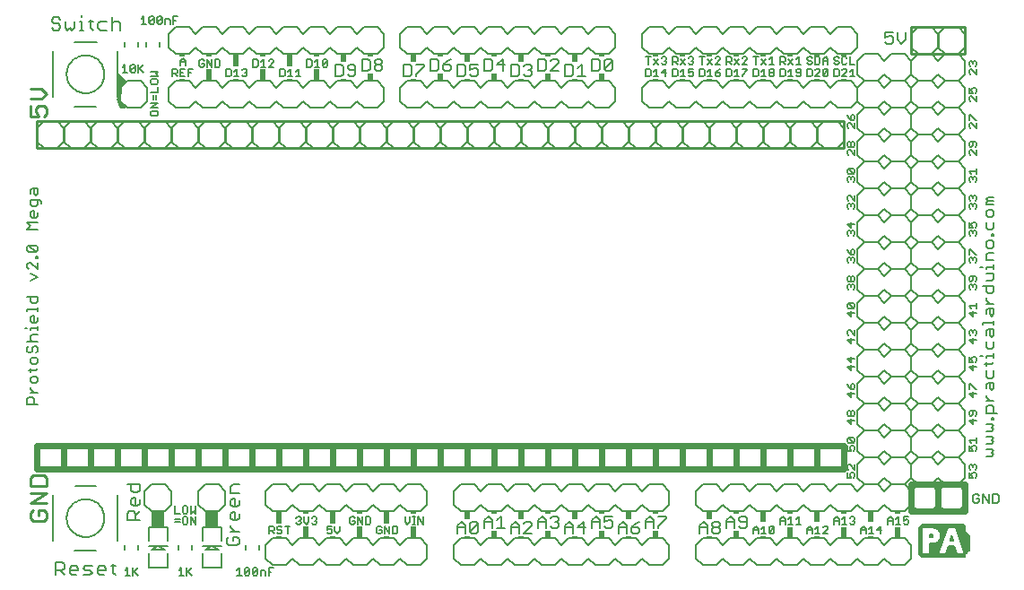
<source format=gto>
G75*
G70*
%OFA0B0*%
%FSLAX24Y24*%
%IPPOS*%
%LPD*%
%AMOC8*
5,1,8,0,0,1.08239X$1,22.5*
%
%ADD10C,0.0080*%
%ADD11C,0.0110*%
%ADD12R,0.0500X0.0600*%
%ADD13C,0.0050*%
%ADD14C,0.0070*%
%ADD15C,0.0100*%
%ADD16R,0.0200X0.0450*%
%ADD17R,0.0200X0.0100*%
%ADD18R,0.0200X0.0300*%
%ADD19C,0.0220*%
%ADD20C,0.0240*%
%ADD21R,0.0200X0.0400*%
%ADD22C,0.0060*%
D10*
X001392Y000694D02*
X001392Y001175D01*
X001632Y001175D01*
X001712Y001095D01*
X001712Y000935D01*
X001632Y000854D01*
X001392Y000854D01*
X001552Y000854D02*
X001712Y000694D01*
X001907Y000774D02*
X001907Y000935D01*
X001987Y001015D01*
X002147Y001015D01*
X002227Y000935D01*
X002227Y000854D01*
X001907Y000854D01*
X001907Y000774D02*
X001987Y000694D01*
X002147Y000694D01*
X002423Y000694D02*
X002663Y000694D01*
X002743Y000774D01*
X002663Y000854D01*
X002503Y000854D01*
X002423Y000935D01*
X002503Y001015D01*
X002743Y001015D01*
X002938Y000935D02*
X003019Y001015D01*
X003179Y001015D01*
X003259Y000935D01*
X003259Y000854D01*
X002938Y000854D01*
X002938Y000774D02*
X002938Y000935D01*
X002938Y000774D02*
X003019Y000694D01*
X003179Y000694D01*
X003534Y000774D02*
X003534Y001095D01*
X003454Y001015D02*
X003614Y001015D01*
X003534Y000774D02*
X003614Y000694D01*
X002902Y001604D02*
X002097Y001604D01*
X001302Y001954D02*
X001302Y003654D01*
X002109Y004004D02*
X002902Y004004D01*
X002952Y004554D02*
X002702Y004804D01*
X002452Y004554D01*
X001952Y004554D01*
X001702Y004804D01*
X001452Y004554D01*
X000952Y004554D01*
X000702Y004804D01*
X000702Y005304D01*
X000952Y005554D01*
X001452Y005554D01*
X001702Y005304D01*
X001952Y005554D01*
X002452Y005554D01*
X002702Y005304D01*
X002952Y005554D01*
X003452Y005554D01*
X003702Y005304D01*
X003952Y005554D01*
X004452Y005554D01*
X004702Y005304D01*
X004952Y005554D01*
X005452Y005554D01*
X005702Y005304D01*
X005952Y005554D01*
X006452Y005554D01*
X006702Y005304D01*
X006952Y005554D01*
X007452Y005554D01*
X007702Y005304D01*
X007952Y005554D01*
X008452Y005554D01*
X008702Y005304D01*
X008952Y005554D01*
X009452Y005554D01*
X009702Y005304D01*
X009952Y005554D01*
X010452Y005554D01*
X010702Y005304D01*
X010952Y005554D01*
X011452Y005554D01*
X011702Y005304D01*
X011952Y005554D01*
X012452Y005554D01*
X012702Y005304D01*
X012952Y005554D01*
X013452Y005554D01*
X013702Y005304D01*
X013952Y005554D01*
X014452Y005554D01*
X014702Y005304D01*
X014952Y005554D01*
X015452Y005554D01*
X015702Y005304D01*
X015952Y005554D01*
X016452Y005554D01*
X016702Y005304D01*
X016952Y005554D01*
X017452Y005554D01*
X017702Y005304D01*
X017952Y005554D01*
X018452Y005554D01*
X018702Y005304D01*
X018952Y005554D01*
X019452Y005554D01*
X019702Y005304D01*
X019952Y005554D01*
X020452Y005554D01*
X020702Y005304D01*
X020952Y005554D01*
X021452Y005554D01*
X021702Y005304D01*
X021952Y005554D01*
X022452Y005554D01*
X022702Y005304D01*
X022952Y005554D01*
X023452Y005554D01*
X023702Y005304D01*
X023952Y005554D01*
X024452Y005554D01*
X024702Y005304D01*
X024952Y005554D01*
X025452Y005554D01*
X025702Y005304D01*
X025952Y005554D01*
X026452Y005554D01*
X026702Y005304D01*
X026952Y005554D01*
X027452Y005554D01*
X027702Y005304D01*
X027952Y005554D01*
X028452Y005554D01*
X028702Y005304D01*
X028952Y005554D01*
X029452Y005554D01*
X029702Y005304D01*
X029952Y005554D01*
X030452Y005554D01*
X030702Y005304D01*
X030702Y004804D01*
X030452Y004554D01*
X029952Y004554D01*
X029702Y004804D01*
X029452Y004554D01*
X028952Y004554D01*
X028702Y004804D01*
X028452Y004554D01*
X027952Y004554D01*
X027702Y004804D01*
X027452Y004554D01*
X026952Y004554D01*
X026702Y004804D01*
X026452Y004554D01*
X025952Y004554D01*
X025702Y004804D01*
X025452Y004554D01*
X024952Y004554D01*
X024702Y004804D01*
X024452Y004554D01*
X023952Y004554D01*
X023702Y004804D01*
X023452Y004554D01*
X022952Y004554D01*
X022702Y004804D01*
X022452Y004554D01*
X021952Y004554D01*
X021702Y004804D01*
X021452Y004554D01*
X020952Y004554D01*
X020702Y004804D01*
X020702Y005304D01*
X020702Y004804D01*
X020452Y004554D01*
X019952Y004554D01*
X019702Y004804D01*
X019452Y004554D01*
X018952Y004554D01*
X018702Y004804D01*
X018452Y004554D01*
X017952Y004554D01*
X017702Y004804D01*
X017452Y004554D01*
X016952Y004554D01*
X016702Y004804D01*
X016452Y004554D01*
X015952Y004554D01*
X015702Y004804D01*
X015452Y004554D01*
X014952Y004554D01*
X014702Y004804D01*
X014452Y004554D01*
X013952Y004554D01*
X013702Y004804D01*
X013452Y004554D01*
X012952Y004554D01*
X012702Y004804D01*
X012452Y004554D01*
X011952Y004554D01*
X011702Y004804D01*
X011452Y004554D01*
X010952Y004554D01*
X010702Y004804D01*
X010452Y004554D01*
X009952Y004554D01*
X009702Y004804D01*
X009452Y004554D01*
X008952Y004554D01*
X008702Y004804D01*
X008452Y004554D01*
X007952Y004554D01*
X007702Y004804D01*
X007452Y004554D01*
X006952Y004554D01*
X006702Y004804D01*
X006452Y004554D01*
X005952Y004554D01*
X005702Y004804D01*
X005452Y004554D01*
X004952Y004554D01*
X004702Y004804D01*
X004452Y004554D01*
X003952Y004554D01*
X003702Y004804D01*
X003452Y004554D01*
X002952Y004554D01*
X004041Y004071D02*
X004512Y004071D01*
X004512Y003836D01*
X004433Y003757D01*
X004276Y003757D01*
X004198Y003836D01*
X004198Y004071D01*
X004702Y003804D02*
X004702Y003304D01*
X004952Y003054D01*
X005452Y003054D01*
X005702Y003304D01*
X005702Y003804D01*
X005452Y004054D01*
X004952Y004054D01*
X004702Y003804D01*
X004355Y003564D02*
X004355Y003251D01*
X004433Y003251D02*
X004276Y003251D01*
X004198Y003329D01*
X004198Y003486D01*
X004276Y003564D01*
X004355Y003564D01*
X004512Y003486D02*
X004512Y003329D01*
X004433Y003251D01*
X004512Y003058D02*
X004355Y002901D01*
X004355Y002980D02*
X004355Y002744D01*
X004512Y002744D02*
X004041Y002744D01*
X004041Y002980D01*
X004120Y003058D01*
X004276Y003058D01*
X004355Y002980D01*
X004847Y002459D02*
X005556Y002459D01*
X005556Y001976D01*
X005552Y001772D02*
X005202Y001772D01*
X005438Y001636D01*
X004965Y001636D01*
X005202Y001772D01*
X004851Y001772D01*
X004847Y001976D02*
X004847Y002459D01*
X003702Y001954D02*
X003702Y003654D01*
X001802Y002804D02*
X001804Y002856D01*
X001810Y002908D01*
X001820Y002960D01*
X001833Y003010D01*
X001850Y003060D01*
X001871Y003108D01*
X001896Y003154D01*
X001924Y003198D01*
X001955Y003240D01*
X001989Y003280D01*
X002026Y003317D01*
X002066Y003351D01*
X002108Y003382D01*
X002152Y003410D01*
X002198Y003435D01*
X002246Y003456D01*
X002296Y003473D01*
X002346Y003486D01*
X002398Y003496D01*
X002450Y003502D01*
X002502Y003504D01*
X002554Y003502D01*
X002606Y003496D01*
X002658Y003486D01*
X002708Y003473D01*
X002758Y003456D01*
X002806Y003435D01*
X002852Y003410D01*
X002896Y003382D01*
X002938Y003351D01*
X002978Y003317D01*
X003015Y003280D01*
X003049Y003240D01*
X003080Y003198D01*
X003108Y003154D01*
X003133Y003108D01*
X003154Y003060D01*
X003171Y003010D01*
X003184Y002960D01*
X003194Y002908D01*
X003200Y002856D01*
X003202Y002804D01*
X003200Y002752D01*
X003194Y002700D01*
X003184Y002648D01*
X003171Y002598D01*
X003154Y002548D01*
X003133Y002500D01*
X003108Y002454D01*
X003080Y002410D01*
X003049Y002368D01*
X003015Y002328D01*
X002978Y002291D01*
X002938Y002257D01*
X002896Y002226D01*
X002852Y002198D01*
X002806Y002173D01*
X002758Y002152D01*
X002708Y002135D01*
X002658Y002122D01*
X002606Y002112D01*
X002554Y002106D01*
X002502Y002104D01*
X002450Y002106D01*
X002398Y002112D01*
X002346Y002122D01*
X002296Y002135D01*
X002246Y002152D01*
X002198Y002173D01*
X002152Y002198D01*
X002108Y002226D01*
X002066Y002257D01*
X002026Y002291D01*
X001989Y002328D01*
X001955Y002368D01*
X001924Y002410D01*
X001896Y002454D01*
X001871Y002500D01*
X001850Y002548D01*
X001833Y002598D01*
X001820Y002648D01*
X001810Y002700D01*
X001804Y002752D01*
X001802Y002804D01*
X004847Y001492D02*
X004847Y000949D01*
X005556Y000949D01*
X005556Y001482D01*
X006847Y001492D02*
X006847Y000949D01*
X007556Y000949D01*
X007556Y001482D01*
X007438Y001636D02*
X007202Y001772D01*
X006965Y001636D01*
X007438Y001636D01*
X007552Y001772D02*
X007202Y001772D01*
X006851Y001772D01*
X006847Y001976D02*
X006847Y002459D01*
X007556Y002459D01*
X007556Y001976D01*
X007741Y002030D02*
X007741Y001873D01*
X007820Y001794D01*
X008133Y001794D01*
X008212Y001873D01*
X008212Y002030D01*
X008133Y002108D01*
X007976Y002108D01*
X007976Y001951D01*
X007820Y002108D02*
X007741Y002030D01*
X007898Y002301D02*
X008212Y002301D01*
X008055Y002301D02*
X007898Y002458D01*
X007898Y002536D01*
X007976Y002723D02*
X007898Y002801D01*
X007898Y002958D01*
X007976Y003036D01*
X008055Y003036D01*
X008055Y002723D01*
X008133Y002723D02*
X007976Y002723D01*
X008133Y002723D02*
X008212Y002801D01*
X008212Y002958D01*
X008133Y003229D02*
X007976Y003229D01*
X007898Y003308D01*
X007898Y003464D01*
X007976Y003543D01*
X008055Y003543D01*
X008055Y003229D01*
X008133Y003229D02*
X008212Y003308D01*
X008212Y003464D01*
X008212Y003736D02*
X007898Y003736D01*
X007898Y003971D01*
X007976Y004049D01*
X008212Y004049D01*
X007702Y003804D02*
X007702Y003304D01*
X007452Y003054D01*
X006952Y003054D01*
X006702Y003304D01*
X006702Y003804D01*
X006952Y004054D01*
X007452Y004054D01*
X007702Y003804D01*
X009202Y003804D02*
X009202Y003304D01*
X009452Y003054D01*
X009952Y003054D01*
X010202Y003304D01*
X010452Y003054D01*
X010952Y003054D01*
X011202Y003304D01*
X011452Y003054D01*
X011952Y003054D01*
X012202Y003304D01*
X012452Y003054D01*
X012952Y003054D01*
X013202Y003304D01*
X013452Y003054D01*
X013952Y003054D01*
X014202Y003304D01*
X014452Y003054D01*
X014952Y003054D01*
X015202Y003304D01*
X015202Y003804D01*
X014952Y004054D01*
X014452Y004054D01*
X014202Y003804D01*
X013952Y004054D01*
X013452Y004054D01*
X013202Y003804D01*
X012952Y004054D01*
X012452Y004054D01*
X012202Y003804D01*
X011952Y004054D01*
X011452Y004054D01*
X011202Y003804D01*
X010952Y004054D01*
X010452Y004054D01*
X010202Y003804D01*
X009952Y004054D01*
X009452Y004054D01*
X009202Y003804D01*
X009452Y002054D02*
X009202Y001804D01*
X009202Y001304D01*
X009452Y001054D01*
X009952Y001054D01*
X010202Y001304D01*
X010452Y001054D01*
X010952Y001054D01*
X011202Y001304D01*
X011452Y001054D01*
X011952Y001054D01*
X012202Y001304D01*
X012452Y001054D01*
X012952Y001054D01*
X013202Y001304D01*
X013452Y001054D01*
X013952Y001054D01*
X014202Y001304D01*
X014452Y001054D01*
X014952Y001054D01*
X015202Y001304D01*
X015202Y001804D01*
X014952Y002054D01*
X014452Y002054D01*
X014202Y001804D01*
X013952Y002054D01*
X013452Y002054D01*
X013202Y001804D01*
X012952Y002054D01*
X012452Y002054D01*
X012202Y001804D01*
X011952Y002054D01*
X011452Y002054D01*
X011202Y001804D01*
X010952Y002054D01*
X010452Y002054D01*
X010202Y001804D01*
X009952Y002054D01*
X009452Y002054D01*
X016202Y001804D02*
X016202Y001304D01*
X016452Y001054D01*
X016952Y001054D01*
X017202Y001304D01*
X017452Y001054D01*
X017952Y001054D01*
X018202Y001304D01*
X018452Y001054D01*
X018952Y001054D01*
X019202Y001304D01*
X019452Y001054D01*
X019952Y001054D01*
X020202Y001304D01*
X020452Y001054D01*
X020952Y001054D01*
X021202Y001304D01*
X021452Y001054D01*
X021952Y001054D01*
X022202Y001304D01*
X022452Y001054D01*
X022952Y001054D01*
X023202Y001304D01*
X023452Y001054D01*
X023952Y001054D01*
X024202Y001304D01*
X024202Y001804D01*
X023952Y002054D01*
X023452Y002054D01*
X023202Y001804D01*
X022952Y002054D01*
X022452Y002054D01*
X022202Y001804D01*
X021952Y002054D01*
X021452Y002054D01*
X021202Y001804D01*
X020952Y002054D01*
X020452Y002054D01*
X020202Y001804D01*
X019952Y002054D01*
X019452Y002054D01*
X019202Y001804D01*
X018952Y002054D01*
X018452Y002054D01*
X018202Y001804D01*
X017952Y002054D01*
X017452Y002054D01*
X017202Y001804D01*
X016952Y002054D01*
X016452Y002054D01*
X016202Y001804D01*
X016452Y003054D02*
X016952Y003054D01*
X017202Y003304D01*
X017452Y003054D01*
X017952Y003054D01*
X018202Y003304D01*
X018452Y003054D01*
X018952Y003054D01*
X019202Y003304D01*
X019452Y003054D01*
X019952Y003054D01*
X020202Y003304D01*
X020452Y003054D01*
X020952Y003054D01*
X021202Y003304D01*
X021452Y003054D01*
X021952Y003054D01*
X022202Y003304D01*
X022452Y003054D01*
X022952Y003054D01*
X023202Y003304D01*
X023452Y003054D01*
X023952Y003054D01*
X024202Y003304D01*
X024202Y003804D01*
X023952Y004054D01*
X023452Y004054D01*
X023202Y003804D01*
X022952Y004054D01*
X022452Y004054D01*
X022202Y003804D01*
X021952Y004054D01*
X021452Y004054D01*
X021202Y003804D01*
X020952Y004054D01*
X020452Y004054D01*
X020202Y003804D01*
X019952Y004054D01*
X019452Y004054D01*
X019202Y003804D01*
X018952Y004054D01*
X018452Y004054D01*
X018202Y003804D01*
X017952Y004054D01*
X017452Y004054D01*
X017202Y003804D01*
X016952Y004054D01*
X016452Y004054D01*
X016202Y003804D01*
X016202Y003304D01*
X016452Y003054D01*
X025202Y003304D02*
X025452Y003054D01*
X025952Y003054D01*
X026202Y003304D01*
X026452Y003054D01*
X026952Y003054D01*
X027202Y003304D01*
X027452Y003054D01*
X027952Y003054D01*
X028202Y003304D01*
X028452Y003054D01*
X028952Y003054D01*
X029202Y003304D01*
X029452Y003054D01*
X029952Y003054D01*
X030202Y003304D01*
X030452Y003054D01*
X030952Y003054D01*
X031202Y003304D01*
X031452Y003054D01*
X031952Y003054D01*
X032202Y003304D01*
X032452Y003054D01*
X032952Y003054D01*
X033202Y003304D01*
X033452Y003054D01*
X033952Y003054D01*
X034202Y003304D01*
X034452Y003054D01*
X034952Y003054D01*
X035202Y003304D01*
X035202Y003804D01*
X034952Y004054D01*
X034452Y004054D01*
X034202Y003804D01*
X033952Y004054D01*
X033452Y004054D01*
X033202Y003804D01*
X033202Y003304D01*
X033202Y003804D01*
X032952Y004054D01*
X032452Y004054D01*
X032202Y004304D01*
X031952Y004054D01*
X031452Y004054D01*
X031202Y004304D01*
X031202Y004804D01*
X031452Y005054D01*
X031952Y005054D01*
X032202Y004804D01*
X032452Y005054D01*
X032952Y005054D01*
X033202Y004804D01*
X033452Y005054D01*
X033952Y005054D01*
X034202Y004804D01*
X034452Y005054D01*
X034952Y005054D01*
X035202Y004804D01*
X035202Y004304D01*
X034952Y004054D01*
X034452Y004054D01*
X034202Y004304D01*
X033952Y004054D01*
X033452Y004054D01*
X033202Y004304D01*
X033202Y004804D01*
X033202Y004304D01*
X032952Y004054D01*
X032452Y004054D01*
X032202Y003804D01*
X031952Y004054D01*
X031452Y004054D01*
X031202Y003804D01*
X030952Y004054D01*
X030452Y004054D01*
X030202Y003804D01*
X029952Y004054D01*
X029452Y004054D01*
X029202Y003804D01*
X028952Y004054D01*
X028452Y004054D01*
X028202Y003804D01*
X027952Y004054D01*
X027452Y004054D01*
X027202Y003804D01*
X026952Y004054D01*
X026452Y004054D01*
X026202Y003804D01*
X025952Y004054D01*
X025452Y004054D01*
X025202Y003804D01*
X025202Y003304D01*
X025452Y002054D02*
X025202Y001804D01*
X025202Y001304D01*
X025452Y001054D01*
X025952Y001054D01*
X026202Y001304D01*
X026452Y001054D01*
X026952Y001054D01*
X027202Y001304D01*
X027452Y001054D01*
X027952Y001054D01*
X028202Y001304D01*
X028452Y001054D01*
X028952Y001054D01*
X029202Y001304D01*
X029452Y001054D01*
X029952Y001054D01*
X030202Y001304D01*
X030452Y001054D01*
X030952Y001054D01*
X031202Y001304D01*
X031452Y001054D01*
X031952Y001054D01*
X032202Y001304D01*
X032452Y001054D01*
X032952Y001054D01*
X033202Y001304D01*
X033202Y001804D01*
X032952Y002054D01*
X032452Y002054D01*
X032202Y001804D01*
X031952Y002054D01*
X031452Y002054D01*
X031202Y001804D01*
X030952Y002054D01*
X030452Y002054D01*
X030202Y001804D01*
X029952Y002054D01*
X029452Y002054D01*
X029202Y001804D01*
X028952Y002054D01*
X028452Y002054D01*
X028202Y001804D01*
X027952Y002054D01*
X027452Y002054D01*
X027202Y001804D01*
X026952Y002054D01*
X026452Y002054D01*
X026202Y001804D01*
X025952Y002054D01*
X025452Y002054D01*
X031202Y005304D02*
X031452Y005054D01*
X031952Y005054D01*
X032202Y005304D01*
X032452Y005054D01*
X032952Y005054D01*
X033202Y005304D01*
X033452Y005054D01*
X033952Y005054D01*
X034202Y005304D01*
X034452Y005054D01*
X034952Y005054D01*
X035202Y005304D01*
X035202Y005804D01*
X034952Y006054D01*
X034452Y006054D01*
X034202Y005804D01*
X033952Y006054D01*
X033452Y006054D01*
X033202Y005804D01*
X033202Y005304D01*
X033202Y005804D01*
X032952Y006054D01*
X032452Y006054D01*
X032202Y005804D01*
X031952Y006054D01*
X031452Y006054D01*
X031202Y005804D01*
X031202Y005304D01*
X031452Y006054D02*
X031952Y006054D01*
X032202Y006304D01*
X032452Y006054D01*
X032952Y006054D01*
X033202Y006304D01*
X033452Y006054D01*
X033952Y006054D01*
X034202Y006304D01*
X034452Y006054D01*
X034952Y006054D01*
X035202Y006304D01*
X035202Y006804D01*
X034952Y007054D01*
X034452Y007054D01*
X034202Y006804D01*
X033952Y007054D01*
X033452Y007054D01*
X033202Y006804D01*
X033202Y006304D01*
X033202Y006804D01*
X032952Y007054D01*
X032452Y007054D01*
X032202Y006804D01*
X031952Y007054D01*
X031452Y007054D01*
X031202Y006804D01*
X031202Y006304D01*
X031452Y006054D01*
X031452Y007054D02*
X031952Y007054D01*
X032202Y007304D01*
X032452Y007054D01*
X032952Y007054D01*
X033202Y007304D01*
X033452Y007054D01*
X033952Y007054D01*
X034202Y007304D01*
X034452Y007054D01*
X034952Y007054D01*
X035202Y007304D01*
X035202Y007804D01*
X034952Y008054D01*
X034452Y008054D01*
X034202Y007804D01*
X033952Y008054D01*
X033452Y008054D01*
X033202Y007804D01*
X033202Y007304D01*
X033202Y007804D01*
X032952Y008054D01*
X032452Y008054D01*
X032202Y007804D01*
X031952Y008054D01*
X031452Y008054D01*
X031202Y007804D01*
X031202Y007304D01*
X031452Y007054D01*
X031452Y008054D02*
X031952Y008054D01*
X032202Y008304D01*
X032452Y008054D01*
X032952Y008054D01*
X033202Y008304D01*
X033452Y008054D01*
X033952Y008054D01*
X034202Y008304D01*
X034452Y008054D01*
X034952Y008054D01*
X035202Y008304D01*
X035202Y008804D01*
X034952Y009054D01*
X034452Y009054D01*
X034202Y008804D01*
X033952Y009054D01*
X033452Y009054D01*
X033202Y008804D01*
X033202Y008304D01*
X033202Y008804D01*
X032952Y009054D01*
X032452Y009054D01*
X032202Y008804D01*
X031952Y009054D01*
X031452Y009054D01*
X031202Y008804D01*
X031202Y008304D01*
X031452Y008054D01*
X031452Y009054D02*
X031952Y009054D01*
X032202Y009304D01*
X032452Y009054D01*
X032952Y009054D01*
X033202Y009304D01*
X033452Y009054D01*
X033952Y009054D01*
X034202Y009304D01*
X034452Y009054D01*
X034952Y009054D01*
X035202Y009304D01*
X035202Y009804D01*
X034952Y010054D01*
X034452Y010054D01*
X034202Y009804D01*
X033952Y010054D01*
X033452Y010054D01*
X033202Y009804D01*
X033202Y009304D01*
X033202Y009804D01*
X032952Y010054D01*
X032452Y010054D01*
X032202Y009804D01*
X031952Y010054D01*
X031452Y010054D01*
X031202Y009804D01*
X031202Y009304D01*
X031452Y009054D01*
X031452Y010054D02*
X031952Y010054D01*
X032202Y010304D01*
X032452Y010054D01*
X032952Y010054D01*
X033202Y010304D01*
X033452Y010054D01*
X033952Y010054D01*
X034202Y010304D01*
X034452Y010054D01*
X034952Y010054D01*
X035202Y010304D01*
X035202Y010804D01*
X034952Y011054D01*
X034452Y011054D01*
X034202Y010804D01*
X033952Y011054D01*
X033452Y011054D01*
X033202Y010804D01*
X033202Y010304D01*
X033202Y010804D01*
X032952Y011054D01*
X032452Y011054D01*
X032202Y010804D01*
X031952Y011054D01*
X031452Y011054D01*
X031202Y010804D01*
X031202Y010304D01*
X031452Y010054D01*
X031452Y011054D02*
X031952Y011054D01*
X032202Y011304D01*
X032452Y011054D01*
X032952Y011054D01*
X033202Y011304D01*
X033452Y011054D01*
X033952Y011054D01*
X034202Y011304D01*
X034452Y011054D01*
X034952Y011054D01*
X035202Y011304D01*
X035202Y011804D01*
X034952Y012054D01*
X034452Y012054D01*
X034202Y011804D01*
X033952Y012054D01*
X033452Y012054D01*
X033202Y011804D01*
X033202Y011304D01*
X033202Y011804D01*
X032952Y012054D01*
X032452Y012054D01*
X032202Y011804D01*
X031952Y012054D01*
X031452Y012054D01*
X031202Y011804D01*
X031202Y011304D01*
X031452Y011054D01*
X031452Y012054D02*
X031952Y012054D01*
X032202Y012304D01*
X032452Y012054D01*
X032952Y012054D01*
X033202Y012304D01*
X033452Y012054D01*
X033952Y012054D01*
X034202Y012304D01*
X034452Y012054D01*
X034952Y012054D01*
X035202Y012304D01*
X035202Y012804D01*
X034952Y013054D01*
X034452Y013054D01*
X034202Y012804D01*
X033952Y013054D01*
X033452Y013054D01*
X033202Y012804D01*
X033202Y012304D01*
X033202Y012804D01*
X032952Y013054D01*
X032452Y013054D01*
X032202Y012804D01*
X031952Y013054D01*
X031452Y013054D01*
X031202Y012804D01*
X031202Y012304D01*
X031452Y012054D01*
X031452Y013054D02*
X031952Y013054D01*
X032202Y013304D01*
X032452Y013054D01*
X032952Y013054D01*
X033202Y013304D01*
X033452Y013054D01*
X033952Y013054D01*
X034202Y013304D01*
X034452Y013054D01*
X034952Y013054D01*
X035202Y013304D01*
X035202Y013804D01*
X034952Y014054D01*
X034452Y014054D01*
X034202Y013804D01*
X033952Y014054D01*
X033452Y014054D01*
X033202Y013804D01*
X033202Y013304D01*
X033202Y013804D01*
X032952Y014054D01*
X032452Y014054D01*
X032202Y013804D01*
X031952Y014054D01*
X031452Y014054D01*
X031202Y013804D01*
X031202Y013304D01*
X031452Y013054D01*
X031452Y014054D02*
X031952Y014054D01*
X032202Y014304D01*
X032452Y014054D01*
X032952Y014054D01*
X033202Y014304D01*
X033452Y014054D01*
X033952Y014054D01*
X034202Y014304D01*
X034452Y014054D01*
X034952Y014054D01*
X035202Y014304D01*
X035202Y014804D01*
X034952Y015054D01*
X034452Y015054D01*
X034202Y014804D01*
X033952Y015054D01*
X033452Y015054D01*
X033202Y014804D01*
X033202Y014304D01*
X033202Y014804D01*
X032952Y015054D01*
X032452Y015054D01*
X032202Y014804D01*
X031952Y015054D01*
X031452Y015054D01*
X031202Y014804D01*
X031202Y014304D01*
X031452Y014054D01*
X031452Y015054D02*
X031952Y015054D01*
X032202Y015304D01*
X032452Y015054D01*
X032952Y015054D01*
X033202Y015304D01*
X033452Y015054D01*
X033952Y015054D01*
X034202Y015304D01*
X034452Y015054D01*
X034952Y015054D01*
X035202Y015304D01*
X035202Y015804D01*
X034952Y016054D01*
X034452Y016054D01*
X034202Y015804D01*
X033952Y016054D01*
X033452Y016054D01*
X033202Y015804D01*
X033202Y015304D01*
X033202Y015804D01*
X032952Y016054D01*
X032452Y016054D01*
X032202Y015804D01*
X031952Y016054D01*
X031452Y016054D01*
X031202Y015804D01*
X031202Y015304D01*
X031452Y015054D01*
X031452Y016054D02*
X031952Y016054D01*
X032202Y016304D01*
X032452Y016054D01*
X032952Y016054D01*
X033202Y016304D01*
X033452Y016054D01*
X033952Y016054D01*
X034202Y016304D01*
X034452Y016054D01*
X034952Y016054D01*
X035202Y016304D01*
X035202Y016804D01*
X034952Y017054D01*
X034452Y017054D01*
X034202Y016804D01*
X033952Y017054D01*
X033452Y017054D01*
X033202Y016804D01*
X033202Y016304D01*
X033202Y016804D01*
X032952Y017054D01*
X032452Y017054D01*
X032202Y016804D01*
X031952Y017054D01*
X031452Y017054D01*
X031202Y016804D01*
X031202Y016304D01*
X031452Y016054D01*
X030702Y016804D02*
X030452Y016554D01*
X029952Y016554D01*
X029702Y016804D01*
X029452Y016554D01*
X028952Y016554D01*
X028702Y016804D01*
X028452Y016554D01*
X027952Y016554D01*
X027702Y016804D01*
X027452Y016554D01*
X026952Y016554D01*
X026702Y016804D01*
X026452Y016554D01*
X025952Y016554D01*
X025702Y016804D01*
X025452Y016554D01*
X024952Y016554D01*
X024702Y016804D01*
X024452Y016554D01*
X023952Y016554D01*
X023702Y016804D01*
X023452Y016554D01*
X022952Y016554D01*
X022702Y016804D01*
X022452Y016554D01*
X021952Y016554D01*
X021702Y016804D01*
X021452Y016554D01*
X020952Y016554D01*
X020702Y016804D01*
X020702Y017304D01*
X020952Y017554D01*
X021452Y017554D01*
X021702Y017304D01*
X021952Y017554D01*
X022452Y017554D01*
X022702Y017304D01*
X022952Y017554D01*
X023452Y017554D01*
X023702Y017304D01*
X023952Y017554D01*
X024452Y017554D01*
X024702Y017304D01*
X024952Y017554D01*
X025452Y017554D01*
X025702Y017304D01*
X025952Y017554D01*
X026452Y017554D01*
X026702Y017304D01*
X026952Y017554D01*
X027452Y017554D01*
X027702Y017304D01*
X027952Y017554D01*
X028452Y017554D01*
X028702Y017304D01*
X028952Y017554D01*
X029452Y017554D01*
X029702Y017304D01*
X029952Y017554D01*
X030452Y017554D01*
X030702Y017304D01*
X030702Y016804D01*
X031202Y017304D02*
X031452Y017054D01*
X031952Y017054D01*
X032202Y017304D01*
X032452Y017054D01*
X032952Y017054D01*
X033202Y017304D01*
X033452Y017054D01*
X033952Y017054D01*
X034202Y017304D01*
X034452Y017054D01*
X034952Y017054D01*
X035202Y017304D01*
X035202Y017804D01*
X034952Y018054D01*
X034452Y018054D01*
X034202Y017804D01*
X033952Y018054D01*
X033452Y018054D01*
X033202Y017804D01*
X033202Y017304D01*
X033202Y017804D01*
X032952Y018054D01*
X032452Y018054D01*
X032202Y017804D01*
X031952Y018054D01*
X031452Y018054D01*
X031202Y017804D01*
X031202Y017304D01*
X031452Y018054D02*
X031952Y018054D01*
X032202Y018304D01*
X032452Y018054D01*
X032952Y018054D01*
X033202Y018304D01*
X033452Y018054D01*
X033952Y018054D01*
X034202Y018304D01*
X034452Y018054D01*
X034952Y018054D01*
X035202Y018304D01*
X035202Y018804D01*
X034952Y019054D01*
X034452Y019054D01*
X034202Y018804D01*
X033952Y019054D01*
X033452Y019054D01*
X033202Y018804D01*
X033202Y018304D01*
X033202Y018804D01*
X032952Y019054D01*
X032452Y019054D01*
X032202Y018804D01*
X031952Y019054D01*
X031452Y019054D01*
X031202Y018804D01*
X031202Y018304D01*
X031452Y018054D01*
X031202Y018304D02*
X030952Y018054D01*
X030452Y018054D01*
X030202Y018304D01*
X029952Y018054D01*
X029452Y018054D01*
X029202Y018304D01*
X028952Y018054D01*
X028452Y018054D01*
X028202Y018304D01*
X027952Y018054D01*
X027452Y018054D01*
X027202Y018304D01*
X026952Y018054D01*
X026452Y018054D01*
X026202Y018304D01*
X025952Y018054D01*
X025452Y018054D01*
X025202Y018304D01*
X024952Y018054D01*
X024452Y018054D01*
X024202Y018304D01*
X023952Y018054D01*
X023452Y018054D01*
X023202Y018304D01*
X023202Y018804D01*
X023452Y019054D01*
X023952Y019054D01*
X024202Y018804D01*
X024452Y019054D01*
X024952Y019054D01*
X025202Y018804D01*
X025452Y019054D01*
X025952Y019054D01*
X026202Y018804D01*
X026452Y019054D01*
X026952Y019054D01*
X027202Y018804D01*
X027452Y019054D01*
X027952Y019054D01*
X028202Y018804D01*
X028452Y019054D01*
X028952Y019054D01*
X029202Y018804D01*
X029452Y019054D01*
X029952Y019054D01*
X030202Y018804D01*
X030452Y019054D01*
X030952Y019054D01*
X031202Y018804D01*
X031202Y018304D01*
X031452Y019054D02*
X031202Y019304D01*
X031202Y019804D01*
X031452Y020054D01*
X031952Y020054D01*
X032202Y019804D01*
X032452Y020054D01*
X032952Y020054D01*
X033202Y019804D01*
X033202Y019304D01*
X032952Y019054D01*
X032452Y019054D01*
X032202Y019304D01*
X031952Y019054D01*
X031452Y019054D01*
X030952Y020054D02*
X030452Y020054D01*
X030202Y020304D01*
X029952Y020054D01*
X029452Y020054D01*
X029202Y020304D01*
X028952Y020054D01*
X028452Y020054D01*
X028202Y020304D01*
X027952Y020054D01*
X027452Y020054D01*
X027202Y020304D01*
X026952Y020054D01*
X026452Y020054D01*
X026202Y020304D01*
X025952Y020054D01*
X025452Y020054D01*
X025202Y020304D01*
X024952Y020054D01*
X024452Y020054D01*
X024202Y020304D01*
X023952Y020054D01*
X023452Y020054D01*
X023202Y020304D01*
X023202Y020804D01*
X023452Y021054D01*
X023952Y021054D01*
X024202Y020804D01*
X024452Y021054D01*
X024952Y021054D01*
X025202Y020804D01*
X025452Y021054D01*
X025952Y021054D01*
X026202Y020804D01*
X026452Y021054D01*
X026952Y021054D01*
X027202Y020804D01*
X027452Y021054D01*
X027952Y021054D01*
X028202Y020804D01*
X028452Y021054D01*
X028952Y021054D01*
X029202Y020804D01*
X029452Y021054D01*
X029952Y021054D01*
X030202Y020804D01*
X030452Y021054D01*
X030952Y021054D01*
X031202Y020804D01*
X031202Y020304D01*
X030952Y020054D01*
X032232Y020514D02*
X032302Y020444D01*
X032442Y020444D01*
X032512Y020514D01*
X032512Y020654D01*
X032442Y020725D01*
X032372Y020725D01*
X032232Y020654D01*
X032232Y020865D01*
X032512Y020865D01*
X032692Y020865D02*
X032692Y020584D01*
X032832Y020444D01*
X032972Y020584D01*
X032972Y020865D01*
X033202Y020804D02*
X033452Y021054D01*
X033952Y021054D01*
X034202Y020804D01*
X034452Y021054D01*
X034952Y021054D01*
X035202Y020804D01*
X035202Y020304D01*
X034952Y020054D01*
X034452Y020054D01*
X034202Y020304D01*
X033952Y020054D01*
X033452Y020054D01*
X033202Y020304D01*
X033202Y020804D01*
X033452Y020054D02*
X033952Y020054D01*
X034202Y019804D01*
X034452Y020054D01*
X034952Y020054D01*
X035202Y019804D01*
X035202Y019304D01*
X034952Y019054D01*
X034452Y019054D01*
X034202Y019304D01*
X033952Y019054D01*
X033452Y019054D01*
X033202Y019304D01*
X033202Y019804D01*
X033452Y020054D01*
X036051Y014735D02*
X036262Y014735D01*
X036262Y014595D02*
X036051Y014595D01*
X035981Y014665D01*
X036051Y014735D01*
X036051Y014595D02*
X035981Y014525D01*
X035981Y014455D01*
X036262Y014455D01*
X036192Y014275D02*
X036051Y014275D01*
X035981Y014205D01*
X035981Y014064D01*
X036051Y013994D01*
X036192Y013994D01*
X036262Y014064D01*
X036262Y014205D01*
X036192Y014275D01*
X036262Y013814D02*
X036262Y013604D01*
X036192Y013534D01*
X036051Y013534D01*
X035981Y013604D01*
X035981Y013814D01*
X036192Y013374D02*
X036262Y013374D01*
X036262Y013304D01*
X036192Y013304D01*
X036192Y013374D01*
X036192Y013124D02*
X036051Y013124D01*
X035981Y013054D01*
X035981Y012914D01*
X036051Y012844D01*
X036192Y012844D01*
X036262Y012914D01*
X036262Y013054D01*
X036192Y013124D01*
X036262Y012663D02*
X036051Y012663D01*
X035981Y012593D01*
X035981Y012383D01*
X036262Y012383D01*
X036262Y012216D02*
X036262Y012076D01*
X036262Y012146D02*
X035981Y012146D01*
X035981Y012076D01*
X035841Y012146D02*
X035771Y012146D01*
X035981Y011896D02*
X036262Y011896D01*
X036262Y011686D01*
X036192Y011616D01*
X035981Y011616D01*
X035981Y011436D02*
X035981Y011226D01*
X036051Y011156D01*
X036192Y011156D01*
X036262Y011226D01*
X036262Y011436D01*
X035841Y011436D01*
X035981Y010982D02*
X035981Y010912D01*
X036121Y010772D01*
X035981Y010772D02*
X036262Y010772D01*
X036262Y010592D02*
X036051Y010592D01*
X035981Y010522D01*
X035981Y010382D01*
X036121Y010382D02*
X036121Y010592D01*
X036262Y010592D02*
X036262Y010382D01*
X036192Y010312D01*
X036121Y010382D01*
X036262Y010145D02*
X036262Y010005D01*
X036262Y010075D02*
X035841Y010075D01*
X035841Y010005D01*
X036051Y009825D02*
X036262Y009825D01*
X036262Y009614D01*
X036192Y009544D01*
X036121Y009614D01*
X036121Y009825D01*
X036051Y009825D02*
X035981Y009755D01*
X035981Y009614D01*
X035981Y009364D02*
X035981Y009154D01*
X036051Y009084D01*
X036192Y009084D01*
X036262Y009154D01*
X036262Y009364D01*
X036262Y008917D02*
X036262Y008777D01*
X036262Y008847D02*
X035981Y008847D01*
X035981Y008777D01*
X035841Y008847D02*
X035771Y008847D01*
X035981Y008610D02*
X035981Y008470D01*
X035911Y008540D02*
X036192Y008540D01*
X036262Y008610D01*
X036262Y008290D02*
X036262Y008080D01*
X036192Y008010D01*
X036051Y008010D01*
X035981Y008080D01*
X035981Y008290D01*
X036051Y007830D02*
X036262Y007830D01*
X036262Y007620D01*
X036192Y007550D01*
X036121Y007620D01*
X036121Y007830D01*
X036051Y007830D02*
X035981Y007760D01*
X035981Y007620D01*
X035981Y007376D02*
X035981Y007306D01*
X036121Y007166D01*
X035981Y007166D02*
X036262Y007166D01*
X036192Y006986D02*
X036051Y006986D01*
X035981Y006916D01*
X035981Y006706D01*
X036402Y006706D01*
X036262Y006706D02*
X036262Y006916D01*
X036192Y006986D01*
X036192Y006545D02*
X036262Y006545D01*
X036262Y006475D01*
X036192Y006475D01*
X036192Y006545D01*
X036192Y006295D02*
X035981Y006295D01*
X036192Y006295D02*
X036262Y006225D01*
X036192Y006155D01*
X036262Y006085D01*
X036192Y006015D01*
X035981Y006015D01*
X035981Y005835D02*
X036192Y005835D01*
X036262Y005765D01*
X036192Y005695D01*
X036262Y005625D01*
X036192Y005555D01*
X035981Y005555D01*
X035981Y005375D02*
X036192Y005375D01*
X036262Y005304D01*
X036192Y005234D01*
X036262Y005164D01*
X036192Y005094D01*
X035981Y005094D01*
X020702Y016804D02*
X020452Y016554D01*
X019952Y016554D01*
X019702Y016804D01*
X019452Y016554D01*
X018952Y016554D01*
X018702Y016804D01*
X018452Y016554D01*
X017952Y016554D01*
X017702Y016804D01*
X017452Y016554D01*
X016952Y016554D01*
X016702Y016804D01*
X016452Y016554D01*
X015952Y016554D01*
X015702Y016804D01*
X015452Y016554D01*
X014952Y016554D01*
X014702Y016804D01*
X014452Y016554D01*
X013952Y016554D01*
X013702Y016804D01*
X013452Y016554D01*
X012952Y016554D01*
X012702Y016804D01*
X012452Y016554D01*
X011952Y016554D01*
X011702Y016804D01*
X011452Y016554D01*
X010952Y016554D01*
X010702Y016804D01*
X010452Y016554D01*
X009952Y016554D01*
X009702Y016804D01*
X009452Y016554D01*
X008952Y016554D01*
X008702Y016804D01*
X008452Y016554D01*
X007952Y016554D01*
X007702Y016804D01*
X007452Y016554D01*
X006952Y016554D01*
X006702Y016804D01*
X006452Y016554D01*
X005952Y016554D01*
X005702Y016804D01*
X005452Y016554D01*
X004952Y016554D01*
X004702Y016804D01*
X004452Y016554D01*
X003952Y016554D01*
X003702Y016804D01*
X003452Y016554D01*
X002952Y016554D01*
X002702Y016804D01*
X002452Y016554D01*
X001952Y016554D01*
X001702Y016804D01*
X001452Y016554D01*
X000952Y016554D01*
X000702Y016804D01*
X000702Y017304D01*
X000952Y017554D01*
X001452Y017554D01*
X001702Y017304D01*
X001952Y017554D01*
X002452Y017554D01*
X002702Y017304D01*
X002952Y017554D01*
X003452Y017554D01*
X003702Y017304D01*
X003952Y017554D01*
X004452Y017554D01*
X004702Y017304D01*
X004952Y017554D01*
X005452Y017554D01*
X005702Y017304D01*
X005952Y017554D01*
X006452Y017554D01*
X006702Y017304D01*
X006952Y017554D01*
X007452Y017554D01*
X007702Y017304D01*
X007952Y017554D01*
X008452Y017554D01*
X008702Y017304D01*
X008952Y017554D01*
X009452Y017554D01*
X009702Y017304D01*
X009952Y017554D01*
X010452Y017554D01*
X010702Y017304D01*
X010952Y017554D01*
X011452Y017554D01*
X011702Y017304D01*
X011952Y017554D01*
X012452Y017554D01*
X012702Y017304D01*
X012952Y017554D01*
X013452Y017554D01*
X013702Y017304D01*
X013952Y017554D01*
X014452Y017554D01*
X014702Y017304D01*
X014952Y017554D01*
X015452Y017554D01*
X015702Y017304D01*
X015952Y017554D01*
X016452Y017554D01*
X016702Y017304D01*
X016952Y017554D01*
X017452Y017554D01*
X017702Y017304D01*
X017952Y017554D01*
X018452Y017554D01*
X018702Y017304D01*
X018952Y017554D01*
X019452Y017554D01*
X019702Y017304D01*
X019952Y017554D01*
X020452Y017554D01*
X020702Y017304D01*
X020702Y016804D01*
X020952Y018054D02*
X020452Y018054D01*
X020202Y018304D01*
X019952Y018054D01*
X019452Y018054D01*
X019202Y018304D01*
X018952Y018054D01*
X018452Y018054D01*
X018202Y018304D01*
X017952Y018054D01*
X017452Y018054D01*
X017202Y018304D01*
X016952Y018054D01*
X016452Y018054D01*
X016202Y018304D01*
X015952Y018054D01*
X015452Y018054D01*
X015202Y018304D01*
X014952Y018054D01*
X014452Y018054D01*
X014202Y018304D01*
X014202Y018804D01*
X014452Y019054D01*
X014952Y019054D01*
X015202Y018804D01*
X015452Y019054D01*
X015952Y019054D01*
X016202Y018804D01*
X016452Y019054D01*
X016952Y019054D01*
X017202Y018804D01*
X017452Y019054D01*
X017952Y019054D01*
X018202Y018804D01*
X018452Y019054D01*
X018952Y019054D01*
X019202Y018804D01*
X019452Y019054D01*
X019952Y019054D01*
X020202Y018804D01*
X020452Y019054D01*
X020952Y019054D01*
X021202Y018804D01*
X021452Y019054D01*
X021952Y019054D01*
X022202Y018804D01*
X022202Y018304D01*
X021952Y018054D01*
X021452Y018054D01*
X021202Y018304D01*
X020952Y018054D01*
X020952Y020054D02*
X020452Y020054D01*
X020202Y020304D01*
X019952Y020054D01*
X019452Y020054D01*
X019202Y020304D01*
X018952Y020054D01*
X018452Y020054D01*
X018202Y020304D01*
X017952Y020054D01*
X017452Y020054D01*
X017202Y020304D01*
X016952Y020054D01*
X016452Y020054D01*
X016202Y020304D01*
X015952Y020054D01*
X015452Y020054D01*
X015202Y020304D01*
X014952Y020054D01*
X014452Y020054D01*
X014202Y020304D01*
X014202Y020804D01*
X014452Y021054D01*
X014952Y021054D01*
X015202Y020804D01*
X015452Y021054D01*
X015952Y021054D01*
X016202Y020804D01*
X016452Y021054D01*
X016952Y021054D01*
X017202Y020804D01*
X017452Y021054D01*
X017952Y021054D01*
X018202Y020804D01*
X018452Y021054D01*
X018952Y021054D01*
X019202Y020804D01*
X019452Y021054D01*
X019952Y021054D01*
X020202Y020804D01*
X020452Y021054D01*
X020952Y021054D01*
X021202Y020804D01*
X021452Y021054D01*
X021952Y021054D01*
X022202Y020804D01*
X022202Y020304D01*
X021952Y020054D01*
X021452Y020054D01*
X021202Y020304D01*
X020952Y020054D01*
X013602Y020304D02*
X013352Y020054D01*
X012852Y020054D01*
X012602Y020304D01*
X012352Y020054D01*
X011852Y020054D01*
X011602Y020304D01*
X011352Y020054D01*
X010852Y020054D01*
X010602Y020304D01*
X010352Y020054D01*
X009852Y020054D01*
X009602Y020304D01*
X009352Y020054D01*
X008852Y020054D01*
X008602Y020304D01*
X008352Y020054D01*
X007852Y020054D01*
X007602Y020304D01*
X007352Y020054D01*
X006852Y020054D01*
X006602Y020304D01*
X006352Y020054D01*
X005852Y020054D01*
X005602Y020304D01*
X005602Y020804D01*
X005852Y021054D01*
X006352Y021054D01*
X006602Y020804D01*
X006852Y021054D01*
X007352Y021054D01*
X007602Y020804D01*
X007852Y021054D01*
X008352Y021054D01*
X008602Y020804D01*
X008852Y021054D01*
X009352Y021054D01*
X009602Y020804D01*
X009852Y021054D01*
X010352Y021054D01*
X010602Y020804D01*
X010852Y021054D01*
X011352Y021054D01*
X011602Y020804D01*
X011852Y021054D01*
X012352Y021054D01*
X012602Y020804D01*
X012852Y021054D01*
X013352Y021054D01*
X013602Y020804D01*
X013602Y020304D01*
X013352Y019054D02*
X012852Y019054D01*
X012602Y018804D01*
X012352Y019054D01*
X011852Y019054D01*
X011602Y018804D01*
X011352Y019054D01*
X010852Y019054D01*
X010602Y018804D01*
X010352Y019054D01*
X009852Y019054D01*
X009602Y018804D01*
X009352Y019054D01*
X008852Y019054D01*
X008602Y018804D01*
X008352Y019054D01*
X007852Y019054D01*
X007602Y018804D01*
X007352Y019054D01*
X006852Y019054D01*
X006602Y018804D01*
X006352Y019054D01*
X005852Y019054D01*
X005602Y018804D01*
X005602Y018304D01*
X005852Y018054D01*
X006352Y018054D01*
X006602Y018304D01*
X006852Y018054D01*
X007352Y018054D01*
X007602Y018304D01*
X007852Y018054D01*
X008352Y018054D01*
X008602Y018304D01*
X008852Y018054D01*
X009352Y018054D01*
X009602Y018304D01*
X009852Y018054D01*
X010352Y018054D01*
X010602Y018304D01*
X010852Y018054D01*
X011352Y018054D01*
X011602Y018304D01*
X011852Y018054D01*
X012352Y018054D01*
X012602Y018304D01*
X012852Y018054D01*
X013352Y018054D01*
X013602Y018304D01*
X013602Y018804D01*
X013352Y019054D01*
X004802Y018804D02*
X004802Y018304D01*
X004552Y018054D01*
X004052Y018054D01*
X003802Y018304D01*
X003802Y018804D01*
X004052Y019054D01*
X004552Y019054D01*
X004802Y018804D01*
X003702Y018454D02*
X003702Y020154D01*
X003796Y020944D02*
X003796Y021185D01*
X003716Y021265D01*
X003556Y021265D01*
X003476Y021185D01*
X003281Y021265D02*
X003040Y021265D01*
X002960Y021185D01*
X002960Y021024D01*
X003040Y020944D01*
X003281Y020944D01*
X003476Y020944D02*
X003476Y021425D01*
X002777Y021265D02*
X002617Y021265D01*
X002697Y021345D02*
X002697Y021024D01*
X002777Y020944D01*
X002433Y020944D02*
X002273Y020944D01*
X002353Y020944D02*
X002353Y021265D01*
X002273Y021265D01*
X002353Y021425D02*
X002353Y021505D01*
X002077Y021265D02*
X002077Y021024D01*
X001997Y020944D01*
X001917Y021024D01*
X001837Y020944D01*
X001757Y021024D01*
X001757Y021265D01*
X001562Y021345D02*
X001482Y021425D01*
X001322Y021425D01*
X001242Y021345D01*
X001242Y021265D01*
X001322Y021185D01*
X001482Y021185D01*
X001562Y021104D01*
X001562Y021024D01*
X001482Y020944D01*
X001322Y020944D01*
X001242Y021024D01*
X002102Y020504D02*
X002906Y020504D01*
X001302Y020154D02*
X001302Y018454D01*
X002102Y018104D02*
X002894Y018104D01*
X001802Y019304D02*
X001804Y019356D01*
X001810Y019408D01*
X001820Y019460D01*
X001833Y019510D01*
X001850Y019560D01*
X001871Y019608D01*
X001896Y019654D01*
X001924Y019698D01*
X001955Y019740D01*
X001989Y019780D01*
X002026Y019817D01*
X002066Y019851D01*
X002108Y019882D01*
X002152Y019910D01*
X002198Y019935D01*
X002246Y019956D01*
X002296Y019973D01*
X002346Y019986D01*
X002398Y019996D01*
X002450Y020002D01*
X002502Y020004D01*
X002554Y020002D01*
X002606Y019996D01*
X002658Y019986D01*
X002708Y019973D01*
X002758Y019956D01*
X002806Y019935D01*
X002852Y019910D01*
X002896Y019882D01*
X002938Y019851D01*
X002978Y019817D01*
X003015Y019780D01*
X003049Y019740D01*
X003080Y019698D01*
X003108Y019654D01*
X003133Y019608D01*
X003154Y019560D01*
X003171Y019510D01*
X003184Y019460D01*
X003194Y019408D01*
X003200Y019356D01*
X003202Y019304D01*
X003200Y019252D01*
X003194Y019200D01*
X003184Y019148D01*
X003171Y019098D01*
X003154Y019048D01*
X003133Y019000D01*
X003108Y018954D01*
X003080Y018910D01*
X003049Y018868D01*
X003015Y018828D01*
X002978Y018791D01*
X002938Y018757D01*
X002896Y018726D01*
X002852Y018698D01*
X002806Y018673D01*
X002758Y018652D01*
X002708Y018635D01*
X002658Y018622D01*
X002606Y018612D01*
X002554Y018606D01*
X002502Y018604D01*
X002450Y018606D01*
X002398Y018612D01*
X002346Y018622D01*
X002296Y018635D01*
X002246Y018652D01*
X002198Y018673D01*
X002152Y018698D01*
X002108Y018726D01*
X002066Y018757D01*
X002026Y018791D01*
X001989Y018828D01*
X001955Y018868D01*
X001924Y018910D01*
X001896Y018954D01*
X001871Y019000D01*
X001850Y019048D01*
X001833Y019098D01*
X001820Y019148D01*
X001810Y019200D01*
X001804Y019252D01*
X001802Y019304D01*
X000712Y015063D02*
X000712Y014873D01*
X000648Y014809D01*
X000585Y014873D01*
X000585Y015063D01*
X000521Y015063D02*
X000712Y015063D01*
X000521Y015063D02*
X000458Y014999D01*
X000458Y014873D01*
X000458Y014639D02*
X000458Y014449D01*
X000521Y014386D01*
X000648Y014386D01*
X000712Y014449D01*
X000712Y014639D01*
X000775Y014639D02*
X000458Y014639D01*
X000775Y014639D02*
X000838Y014576D01*
X000838Y014513D01*
X000712Y014152D02*
X000712Y014026D01*
X000648Y013962D01*
X000521Y013962D01*
X000458Y014026D01*
X000458Y014152D01*
X000521Y014216D01*
X000585Y014216D01*
X000585Y013962D01*
X000712Y013792D02*
X000331Y013792D01*
X000458Y013665D01*
X000331Y013539D01*
X000712Y013539D01*
X000648Y012945D02*
X000712Y012882D01*
X000712Y012755D01*
X000648Y012692D01*
X000395Y012945D01*
X000648Y012945D01*
X000395Y012945D02*
X000331Y012882D01*
X000331Y012755D01*
X000395Y012692D01*
X000648Y012692D01*
X000648Y012543D02*
X000712Y012543D01*
X000712Y012480D01*
X000648Y012480D01*
X000648Y012543D01*
X000712Y012310D02*
X000712Y012056D01*
X000458Y012310D01*
X000395Y012310D01*
X000331Y012246D01*
X000331Y012120D01*
X000395Y012056D01*
X000458Y011886D02*
X000712Y011759D01*
X000458Y011633D01*
X000458Y011039D02*
X000458Y010849D01*
X000521Y010786D01*
X000648Y010786D01*
X000712Y010849D01*
X000712Y011039D01*
X000331Y011039D01*
X000712Y010630D02*
X000712Y010503D01*
X000712Y010567D02*
X000331Y010567D01*
X000331Y010503D01*
X000521Y010333D02*
X000585Y010333D01*
X000585Y010080D01*
X000648Y010080D02*
X000521Y010080D01*
X000458Y010143D01*
X000458Y010270D01*
X000521Y010333D01*
X000712Y010270D02*
X000712Y010143D01*
X000648Y010080D01*
X000712Y009924D02*
X000712Y009797D01*
X000712Y009861D02*
X000458Y009861D01*
X000458Y009797D01*
X000331Y009861D02*
X000268Y009861D01*
X000521Y009627D02*
X000712Y009627D01*
X000521Y009627D02*
X000458Y009564D01*
X000458Y009437D01*
X000521Y009374D01*
X000585Y009204D02*
X000648Y009204D01*
X000712Y009140D01*
X000712Y009014D01*
X000648Y008950D01*
X000521Y009014D02*
X000521Y009140D01*
X000585Y009204D01*
X000395Y009204D02*
X000331Y009140D01*
X000331Y009014D01*
X000395Y008950D01*
X000458Y008950D01*
X000521Y009014D01*
X000521Y008780D02*
X000458Y008717D01*
X000458Y008590D01*
X000521Y008527D01*
X000648Y008527D01*
X000712Y008590D01*
X000712Y008717D01*
X000648Y008780D01*
X000521Y008780D01*
X000458Y008371D02*
X000458Y008244D01*
X000395Y008308D02*
X000648Y008308D01*
X000712Y008371D01*
X000648Y008074D02*
X000521Y008074D01*
X000458Y008011D01*
X000458Y007884D01*
X000521Y007821D01*
X000648Y007821D01*
X000712Y007884D01*
X000712Y008011D01*
X000648Y008074D01*
X000458Y007658D02*
X000458Y007595D01*
X000585Y007468D01*
X000712Y007468D02*
X000458Y007468D01*
X000395Y007298D02*
X000521Y007298D01*
X000585Y007234D01*
X000585Y007044D01*
X000712Y007044D02*
X000331Y007044D01*
X000331Y007234D01*
X000395Y007298D01*
X000331Y009374D02*
X000712Y009374D01*
D11*
X000554Y004392D02*
X000456Y004294D01*
X000456Y003998D01*
X001047Y003998D01*
X001047Y004294D01*
X000948Y004392D01*
X000554Y004392D01*
X000456Y003748D02*
X001047Y003748D01*
X000456Y003354D01*
X001047Y003354D01*
X000948Y003103D02*
X000751Y003103D01*
X000751Y002906D01*
X000554Y002709D02*
X000948Y002709D01*
X001047Y002808D01*
X001047Y003005D01*
X000948Y003103D01*
X000554Y003103D02*
X000456Y003005D01*
X000456Y002808D01*
X000554Y002709D01*
X000456Y017739D02*
X000751Y017739D01*
X000653Y017936D01*
X000653Y018035D01*
X000751Y018133D01*
X000948Y018133D01*
X001047Y018035D01*
X001047Y017838D01*
X000948Y017739D01*
X000456Y017739D02*
X000456Y018133D01*
X000456Y018384D02*
X000850Y018384D01*
X001047Y018581D01*
X000850Y018778D01*
X000456Y018778D01*
D12*
X005202Y002754D03*
X007202Y002754D03*
D13*
X006596Y002850D02*
X006596Y002579D01*
X006416Y002850D01*
X006416Y002579D01*
X006301Y002624D02*
X006301Y002804D01*
X006256Y002850D01*
X006166Y002850D01*
X006121Y002804D01*
X006121Y002624D01*
X006166Y002579D01*
X006256Y002579D01*
X006301Y002624D01*
X006007Y002669D02*
X005827Y002669D01*
X005827Y002759D02*
X006007Y002759D01*
X006007Y002979D02*
X005827Y002979D01*
X005827Y003250D01*
X006121Y003204D02*
X006121Y003024D01*
X006166Y002979D01*
X006256Y002979D01*
X006301Y003024D01*
X006301Y003204D01*
X006256Y003250D01*
X006166Y003250D01*
X006121Y003204D01*
X006416Y003250D02*
X006416Y002979D01*
X006506Y003069D01*
X006596Y002979D01*
X006596Y003250D01*
X009327Y002500D02*
X009327Y002229D01*
X009327Y002319D02*
X009462Y002319D01*
X009507Y002364D01*
X009507Y002454D01*
X009462Y002500D01*
X009327Y002500D01*
X009417Y002319D02*
X009507Y002229D01*
X009621Y002274D02*
X009666Y002229D01*
X009756Y002229D01*
X009801Y002274D01*
X009801Y002319D01*
X009756Y002364D01*
X009666Y002364D01*
X009621Y002409D01*
X009621Y002454D01*
X009666Y002500D01*
X009756Y002500D01*
X009801Y002454D01*
X009916Y002500D02*
X010096Y002500D01*
X010006Y002500D02*
X010006Y002229D01*
X010372Y002579D02*
X010327Y002624D01*
X010372Y002579D02*
X010462Y002579D01*
X010507Y002624D01*
X010507Y002669D01*
X010462Y002714D01*
X010417Y002714D01*
X010462Y002714D02*
X010507Y002759D01*
X010507Y002804D01*
X010462Y002850D01*
X010372Y002850D01*
X010327Y002804D01*
X010621Y002850D02*
X010621Y002669D01*
X010711Y002579D01*
X010801Y002669D01*
X010801Y002850D01*
X010916Y002804D02*
X010961Y002850D01*
X011051Y002850D01*
X011096Y002804D01*
X011096Y002759D01*
X011051Y002714D01*
X011096Y002669D01*
X011096Y002624D01*
X011051Y002579D01*
X010961Y002579D01*
X010916Y002624D01*
X011006Y002714D02*
X011051Y002714D01*
X011477Y002500D02*
X011477Y002364D01*
X011567Y002409D01*
X011612Y002409D01*
X011657Y002364D01*
X011657Y002274D01*
X011612Y002229D01*
X011522Y002229D01*
X011477Y002274D01*
X011477Y002500D02*
X011657Y002500D01*
X011771Y002500D02*
X011771Y002319D01*
X011861Y002229D01*
X011951Y002319D01*
X011951Y002500D01*
X012327Y002624D02*
X012327Y002804D01*
X012372Y002850D01*
X012462Y002850D01*
X012507Y002804D01*
X012507Y002714D02*
X012417Y002714D01*
X012507Y002714D02*
X012507Y002624D01*
X012462Y002579D01*
X012372Y002579D01*
X012327Y002624D01*
X012621Y002579D02*
X012621Y002850D01*
X012801Y002579D01*
X012801Y002850D01*
X012916Y002850D02*
X012916Y002579D01*
X013051Y002579D01*
X013096Y002624D01*
X013096Y002804D01*
X013051Y002850D01*
X012916Y002850D01*
X013327Y002454D02*
X013327Y002274D01*
X013372Y002229D01*
X013462Y002229D01*
X013507Y002274D01*
X013507Y002364D01*
X013417Y002364D01*
X013507Y002454D02*
X013462Y002500D01*
X013372Y002500D01*
X013327Y002454D01*
X013621Y002500D02*
X013801Y002229D01*
X013801Y002500D01*
X013916Y002500D02*
X014051Y002500D01*
X014096Y002454D01*
X014096Y002274D01*
X014051Y002229D01*
X013916Y002229D01*
X013916Y002500D01*
X013621Y002500D02*
X013621Y002229D01*
X014377Y002669D02*
X014467Y002579D01*
X014557Y002669D01*
X014557Y002850D01*
X014671Y002850D02*
X014761Y002850D01*
X014716Y002850D02*
X014716Y002579D01*
X014671Y002579D02*
X014761Y002579D01*
X014868Y002579D02*
X014868Y002850D01*
X015048Y002579D01*
X015048Y002850D01*
X014377Y002850D02*
X014377Y002669D01*
X009485Y000950D02*
X009305Y000950D01*
X009305Y000679D01*
X009191Y000679D02*
X009191Y000814D01*
X009146Y000859D01*
X009011Y000859D01*
X009011Y000679D01*
X008896Y000724D02*
X008851Y000679D01*
X008761Y000679D01*
X008716Y000724D01*
X008896Y000904D01*
X008896Y000724D01*
X008716Y000724D02*
X008716Y000904D01*
X008761Y000950D01*
X008851Y000950D01*
X008896Y000904D01*
X008601Y000904D02*
X008601Y000724D01*
X008556Y000679D01*
X008466Y000679D01*
X008421Y000724D01*
X008601Y000904D01*
X008556Y000950D01*
X008466Y000950D01*
X008421Y000904D01*
X008421Y000724D01*
X008307Y000679D02*
X008127Y000679D01*
X008217Y000679D02*
X008217Y000950D01*
X008127Y000859D01*
X009305Y000814D02*
X009395Y000814D01*
X006451Y000679D02*
X006316Y000814D01*
X006271Y000769D02*
X006451Y000950D01*
X006271Y000950D02*
X006271Y000679D01*
X006157Y000679D02*
X005977Y000679D01*
X006067Y000679D02*
X006067Y000950D01*
X005977Y000859D01*
X004451Y000950D02*
X004271Y000769D01*
X004316Y000814D02*
X004451Y000679D01*
X004271Y000679D02*
X004271Y000950D01*
X004067Y000950D02*
X004067Y000679D01*
X003977Y000679D02*
X004157Y000679D01*
X003977Y000859D02*
X004067Y000950D01*
X027327Y002229D02*
X027327Y002409D01*
X027417Y002500D01*
X027507Y002409D01*
X027507Y002229D01*
X027621Y002229D02*
X027801Y002229D01*
X027711Y002229D02*
X027711Y002500D01*
X027621Y002409D01*
X027507Y002364D02*
X027327Y002364D01*
X027916Y002274D02*
X027916Y002454D01*
X027961Y002500D01*
X028051Y002500D01*
X028096Y002454D01*
X027916Y002274D01*
X027961Y002229D01*
X028051Y002229D01*
X028096Y002274D01*
X028096Y002454D01*
X028327Y002579D02*
X028327Y002759D01*
X028417Y002850D01*
X028507Y002759D01*
X028507Y002579D01*
X028621Y002579D02*
X028801Y002579D01*
X028711Y002579D02*
X028711Y002850D01*
X028621Y002759D01*
X028507Y002714D02*
X028327Y002714D01*
X028916Y002759D02*
X029006Y002850D01*
X029006Y002579D01*
X028916Y002579D02*
X029096Y002579D01*
X029327Y002409D02*
X029417Y002500D01*
X029507Y002409D01*
X029507Y002229D01*
X029621Y002229D02*
X029801Y002229D01*
X029711Y002229D02*
X029711Y002500D01*
X029621Y002409D01*
X029507Y002364D02*
X029327Y002364D01*
X029327Y002409D02*
X029327Y002229D01*
X029916Y002229D02*
X030096Y002409D01*
X030096Y002454D01*
X030051Y002500D01*
X029961Y002500D01*
X029916Y002454D01*
X029916Y002229D02*
X030096Y002229D01*
X030327Y002579D02*
X030327Y002759D01*
X030417Y002850D01*
X030507Y002759D01*
X030507Y002579D01*
X030621Y002579D02*
X030801Y002579D01*
X030711Y002579D02*
X030711Y002850D01*
X030621Y002759D01*
X030507Y002714D02*
X030327Y002714D01*
X030916Y002624D02*
X030961Y002579D01*
X031051Y002579D01*
X031096Y002624D01*
X031096Y002669D01*
X031051Y002714D01*
X031006Y002714D01*
X031051Y002714D02*
X031096Y002759D01*
X031096Y002804D01*
X031051Y002850D01*
X030961Y002850D01*
X030916Y002804D01*
X031327Y002409D02*
X031417Y002500D01*
X031507Y002409D01*
X031507Y002229D01*
X031621Y002229D02*
X031801Y002229D01*
X031711Y002229D02*
X031711Y002500D01*
X031621Y002409D01*
X031507Y002364D02*
X031327Y002364D01*
X031327Y002409D02*
X031327Y002229D01*
X031916Y002364D02*
X032096Y002364D01*
X032051Y002229D02*
X032051Y002500D01*
X031916Y002364D01*
X032327Y002579D02*
X032327Y002759D01*
X032417Y002850D01*
X032507Y002759D01*
X032507Y002579D01*
X032621Y002579D02*
X032801Y002579D01*
X032711Y002579D02*
X032711Y002850D01*
X032621Y002759D01*
X032507Y002714D02*
X032327Y002714D01*
X032916Y002714D02*
X033006Y002759D01*
X033051Y002759D01*
X033096Y002714D01*
X033096Y002624D01*
X033051Y002579D01*
X032961Y002579D01*
X032916Y002624D01*
X032916Y002714D02*
X032916Y002850D01*
X033096Y002850D01*
X033502Y002454D02*
X033552Y002454D01*
X033552Y001454D01*
X033502Y001454D01*
X033552Y001404D01*
X035202Y001404D01*
X035202Y001354D01*
X033602Y001354D01*
X033552Y001404D01*
X033552Y001454D02*
X033602Y001454D01*
X033602Y002504D01*
X035202Y002504D01*
X035202Y002454D01*
X035102Y002454D01*
X035102Y002404D01*
X035202Y002404D01*
X035202Y002354D01*
X035102Y002354D01*
X035102Y002304D01*
X035202Y002304D01*
X035202Y002254D01*
X035252Y002254D01*
X035302Y002204D01*
X035352Y002154D01*
X035152Y002154D01*
X035152Y002104D01*
X035352Y002104D01*
X035352Y002054D01*
X035152Y002054D01*
X035152Y002004D01*
X035352Y002004D01*
X035352Y001954D01*
X035202Y001954D01*
X035202Y001904D01*
X035352Y001904D01*
X035352Y001854D01*
X035252Y001854D01*
X035252Y001804D01*
X035352Y001804D01*
X035352Y001754D01*
X035252Y001754D01*
X035252Y001704D01*
X035352Y001704D01*
X035352Y001654D01*
X035252Y001654D01*
X035252Y001604D01*
X035302Y001604D01*
X035102Y002454D01*
X035052Y002454D01*
X035302Y001604D01*
X035352Y001604D01*
X035302Y001554D01*
X035202Y001554D01*
X035202Y001504D01*
X035202Y001654D01*
X035202Y001604D02*
X035252Y001604D01*
X035002Y002454D01*
X035052Y002454D01*
X035002Y002454D02*
X034952Y002454D01*
X035202Y001604D01*
X035152Y001604D01*
X035202Y001454D01*
X034902Y002454D01*
X034952Y002454D01*
X034902Y002454D02*
X034852Y002454D01*
X035202Y001454D01*
X034902Y001454D01*
X034802Y001754D01*
X034702Y001454D01*
X034752Y001454D01*
X034802Y001704D01*
X034802Y001654D01*
X034852Y001454D01*
X034802Y001454D01*
X034802Y001654D01*
X034802Y001754D02*
X034752Y001754D01*
X034652Y001454D01*
X034602Y001454D01*
X034702Y001754D01*
X034652Y001754D01*
X034552Y001454D01*
X034502Y001454D01*
X034602Y001754D01*
X034652Y001754D01*
X034702Y001754D02*
X034752Y001754D01*
X034752Y001979D02*
X034652Y001979D01*
X034702Y002154D01*
X034752Y001979D01*
X034702Y002004D02*
X034702Y002104D01*
X035152Y002204D02*
X035152Y002254D01*
X035202Y002254D01*
X035202Y002304D02*
X035252Y002254D01*
X035302Y002204D02*
X035152Y002204D01*
X035202Y002304D02*
X035202Y002354D01*
X035202Y002404D02*
X035202Y002454D01*
X035202Y002504D02*
X035152Y002554D01*
X033602Y002554D01*
X033552Y002504D01*
X033602Y002504D01*
X033552Y002504D02*
X033502Y002454D01*
X033502Y001454D01*
X033602Y001454D02*
X033902Y001454D01*
X033902Y001854D01*
X033952Y001854D01*
X033952Y001454D01*
X033902Y001454D01*
X033952Y001454D02*
X034002Y001454D01*
X034202Y001904D01*
X034002Y001554D01*
X034152Y001854D01*
X034002Y001654D01*
X034102Y001854D01*
X034002Y001754D01*
X034002Y001854D01*
X034052Y001854D01*
X034002Y001754D01*
X034002Y001654D01*
X034002Y001554D01*
X034002Y001454D01*
X034252Y001954D01*
X034052Y001454D01*
X034302Y002004D01*
X034102Y001454D01*
X034152Y001454D01*
X034452Y002454D01*
X034302Y002204D01*
X034402Y002454D01*
X034302Y002304D01*
X034302Y002354D01*
X034302Y002454D01*
X034252Y002454D01*
X034252Y002404D01*
X034302Y002354D01*
X034252Y002354D01*
X034152Y002454D01*
X034202Y002454D01*
X034252Y002404D01*
X034252Y002354D02*
X034302Y002454D01*
X034352Y002454D01*
X034252Y002354D01*
X034302Y002304D01*
X034352Y002454D01*
X034402Y002454D01*
X034452Y002454D01*
X034302Y002104D01*
X034002Y001854D02*
X034036Y001856D01*
X034069Y001862D01*
X034101Y001871D01*
X034132Y001884D01*
X034162Y001900D01*
X034189Y001919D01*
X034214Y001942D01*
X034237Y001967D01*
X034256Y001994D01*
X034272Y002024D01*
X034285Y002055D01*
X034294Y002087D01*
X034300Y002120D01*
X034302Y002154D01*
X034300Y002188D01*
X034294Y002221D01*
X034285Y002253D01*
X034272Y002284D01*
X034256Y002314D01*
X034237Y002341D01*
X034214Y002366D01*
X034189Y002389D01*
X034162Y002408D01*
X034132Y002424D01*
X034101Y002437D01*
X034069Y002446D01*
X034036Y002452D01*
X034002Y002454D01*
X034152Y002454D01*
X034202Y002454D02*
X034252Y002454D01*
X034452Y002454D02*
X034502Y002454D01*
X034202Y001454D01*
X034552Y002454D01*
X034852Y002454D01*
X034552Y002454D02*
X034502Y002454D01*
X034002Y002454D02*
X033552Y002454D01*
X033902Y002204D02*
X033952Y002204D01*
X033952Y002154D01*
X033952Y002104D02*
X033965Y002106D01*
X033977Y002111D01*
X033987Y002119D01*
X033995Y002129D01*
X034000Y002141D01*
X034002Y002154D01*
X034000Y002167D01*
X033995Y002179D01*
X033987Y002189D01*
X033977Y002197D01*
X033965Y002202D01*
X033952Y002204D01*
X033952Y002154D02*
X033902Y002154D01*
X033902Y002104D01*
X033952Y002104D01*
X033952Y002154D01*
X033902Y002154D02*
X033902Y002204D01*
X033952Y001854D02*
X034002Y001854D01*
X034002Y001454D02*
X034052Y001454D01*
X034102Y001454D01*
X034152Y001454D02*
X034202Y001454D01*
X034502Y001454D01*
X034552Y001454D02*
X034602Y001454D01*
X034652Y001454D02*
X034702Y001454D01*
X034752Y001454D02*
X034802Y001454D01*
X034852Y001454D02*
X034902Y001454D01*
X035202Y001454D02*
X035202Y001404D01*
X035202Y001454D02*
X035252Y001504D01*
X035202Y001504D01*
X035252Y001504D02*
X035302Y001554D01*
X035352Y001604D02*
X035352Y001654D01*
X035352Y001704D02*
X035352Y001754D01*
X035352Y001804D02*
X035352Y001854D01*
X035352Y001904D02*
X035352Y001954D01*
X035352Y002004D02*
X035352Y002054D01*
X035352Y002104D02*
X035352Y002154D01*
X035346Y004309D02*
X035481Y004309D01*
X035436Y004399D01*
X035436Y004444D01*
X035481Y004489D01*
X035572Y004489D01*
X035617Y004444D01*
X035617Y004354D01*
X035572Y004309D01*
X035346Y004309D02*
X035346Y004489D01*
X035391Y004604D02*
X035346Y004649D01*
X035346Y004739D01*
X035391Y004784D01*
X035436Y004784D01*
X035481Y004739D01*
X035527Y004784D01*
X035572Y004784D01*
X035617Y004739D01*
X035617Y004649D01*
X035572Y004604D01*
X035481Y004694D02*
X035481Y004739D01*
X035481Y005309D02*
X035346Y005309D01*
X035346Y005489D01*
X035436Y005444D02*
X035481Y005489D01*
X035572Y005489D01*
X035617Y005444D01*
X035617Y005354D01*
X035572Y005309D01*
X035481Y005309D02*
X035436Y005399D01*
X035436Y005444D01*
X035436Y005604D02*
X035346Y005694D01*
X035617Y005694D01*
X035617Y005604D02*
X035617Y005784D01*
X035481Y006309D02*
X035481Y006489D01*
X035436Y006604D02*
X035481Y006649D01*
X035481Y006784D01*
X035391Y006784D02*
X035572Y006784D01*
X035617Y006739D01*
X035617Y006649D01*
X035572Y006604D01*
X035436Y006604D02*
X035391Y006604D01*
X035346Y006649D01*
X035346Y006739D01*
X035391Y006784D01*
X035346Y006444D02*
X035481Y006309D01*
X035346Y006444D02*
X035617Y006444D01*
X035481Y007309D02*
X035346Y007444D01*
X035617Y007444D01*
X035481Y007489D02*
X035481Y007309D01*
X035572Y007604D02*
X035617Y007604D01*
X035572Y007604D02*
X035391Y007784D01*
X035346Y007784D01*
X035346Y007604D01*
X035481Y008309D02*
X035481Y008489D01*
X035481Y008604D02*
X035436Y008694D01*
X035436Y008739D01*
X035481Y008784D01*
X035572Y008784D01*
X035617Y008739D01*
X035617Y008649D01*
X035572Y008604D01*
X035481Y008604D02*
X035346Y008604D01*
X035346Y008784D01*
X035346Y008444D02*
X035481Y008309D01*
X035346Y008444D02*
X035617Y008444D01*
X035481Y009309D02*
X035346Y009444D01*
X035617Y009444D01*
X035481Y009489D02*
X035481Y009309D01*
X035391Y009604D02*
X035346Y009649D01*
X035346Y009739D01*
X035391Y009784D01*
X035436Y009784D01*
X035481Y009739D01*
X035527Y009784D01*
X035572Y009784D01*
X035617Y009739D01*
X035617Y009649D01*
X035572Y009604D01*
X035481Y009694D02*
X035481Y009739D01*
X035481Y010309D02*
X035481Y010489D01*
X035436Y010604D02*
X035346Y010694D01*
X035617Y010694D01*
X035617Y010604D02*
X035617Y010784D01*
X035617Y010444D02*
X035346Y010444D01*
X035481Y010309D01*
X035391Y011309D02*
X035346Y011354D01*
X035346Y011444D01*
X035391Y011489D01*
X035436Y011489D01*
X035481Y011444D01*
X035527Y011489D01*
X035572Y011489D01*
X035617Y011444D01*
X035617Y011354D01*
X035572Y011309D01*
X035481Y011399D02*
X035481Y011444D01*
X035436Y011604D02*
X035391Y011604D01*
X035346Y011649D01*
X035346Y011739D01*
X035391Y011784D01*
X035572Y011784D01*
X035617Y011739D01*
X035617Y011649D01*
X035572Y011604D01*
X035481Y011649D02*
X035481Y011784D01*
X035481Y011649D02*
X035436Y011604D01*
X035391Y012309D02*
X035346Y012354D01*
X035346Y012444D01*
X035391Y012489D01*
X035436Y012489D01*
X035481Y012444D01*
X035527Y012489D01*
X035572Y012489D01*
X035617Y012444D01*
X035617Y012354D01*
X035572Y012309D01*
X035481Y012399D02*
X035481Y012444D01*
X035572Y012604D02*
X035391Y012784D01*
X035346Y012784D01*
X035346Y012604D01*
X035572Y012604D02*
X035617Y012604D01*
X035572Y013309D02*
X035617Y013354D01*
X035617Y013444D01*
X035572Y013489D01*
X035527Y013489D01*
X035481Y013444D01*
X035481Y013399D01*
X035481Y013444D02*
X035436Y013489D01*
X035391Y013489D01*
X035346Y013444D01*
X035346Y013354D01*
X035391Y013309D01*
X035346Y013604D02*
X035481Y013604D01*
X035436Y013694D01*
X035436Y013739D01*
X035481Y013784D01*
X035572Y013784D01*
X035617Y013739D01*
X035617Y013649D01*
X035572Y013604D01*
X035346Y013604D02*
X035346Y013784D01*
X035391Y014309D02*
X035346Y014354D01*
X035346Y014444D01*
X035391Y014489D01*
X035436Y014489D01*
X035481Y014444D01*
X035527Y014489D01*
X035572Y014489D01*
X035617Y014444D01*
X035617Y014354D01*
X035572Y014309D01*
X035481Y014399D02*
X035481Y014444D01*
X035391Y014604D02*
X035346Y014649D01*
X035346Y014739D01*
X035391Y014784D01*
X035436Y014784D01*
X035481Y014739D01*
X035527Y014784D01*
X035572Y014784D01*
X035617Y014739D01*
X035617Y014649D01*
X035572Y014604D01*
X035481Y014694D02*
X035481Y014739D01*
X035391Y015309D02*
X035346Y015354D01*
X035346Y015444D01*
X035391Y015489D01*
X035436Y015489D01*
X035481Y015444D01*
X035527Y015489D01*
X035572Y015489D01*
X035617Y015444D01*
X035617Y015354D01*
X035572Y015309D01*
X035481Y015399D02*
X035481Y015444D01*
X035436Y015604D02*
X035346Y015694D01*
X035617Y015694D01*
X035617Y015604D02*
X035617Y015784D01*
X035617Y016309D02*
X035436Y016489D01*
X035391Y016489D01*
X035346Y016444D01*
X035346Y016354D01*
X035391Y016309D01*
X035617Y016309D02*
X035617Y016489D01*
X035572Y016604D02*
X035617Y016649D01*
X035617Y016739D01*
X035572Y016784D01*
X035391Y016784D01*
X035346Y016739D01*
X035346Y016649D01*
X035391Y016604D01*
X035436Y016604D01*
X035481Y016649D01*
X035481Y016784D01*
X035391Y017309D02*
X035346Y017354D01*
X035346Y017444D01*
X035391Y017489D01*
X035436Y017489D01*
X035617Y017309D01*
X035617Y017489D01*
X035617Y017604D02*
X035572Y017604D01*
X035391Y017784D01*
X035346Y017784D01*
X035346Y017604D01*
X035391Y018309D02*
X035346Y018354D01*
X035346Y018444D01*
X035391Y018489D01*
X035436Y018489D01*
X035617Y018309D01*
X035617Y018489D01*
X035572Y018604D02*
X035617Y018649D01*
X035617Y018739D01*
X035572Y018784D01*
X035481Y018784D01*
X035436Y018739D01*
X035436Y018694D01*
X035481Y018604D01*
X035346Y018604D01*
X035346Y018784D01*
X035391Y019309D02*
X035346Y019354D01*
X035346Y019444D01*
X035391Y019489D01*
X035436Y019489D01*
X035617Y019309D01*
X035617Y019489D01*
X035572Y019604D02*
X035617Y019649D01*
X035617Y019739D01*
X035572Y019784D01*
X035527Y019784D01*
X035481Y019739D01*
X035481Y019694D01*
X035481Y019739D02*
X035436Y019784D01*
X035391Y019784D01*
X035346Y019739D01*
X035346Y019649D01*
X035391Y019604D01*
X031096Y019679D02*
X030916Y019679D01*
X030916Y019950D01*
X030801Y019904D02*
X030756Y019950D01*
X030666Y019950D01*
X030621Y019904D01*
X030621Y019724D01*
X030666Y019679D01*
X030756Y019679D01*
X030801Y019724D01*
X030756Y019500D02*
X030666Y019500D01*
X030621Y019454D01*
X030507Y019454D02*
X030462Y019500D01*
X030327Y019500D01*
X030327Y019229D01*
X030462Y019229D01*
X030507Y019274D01*
X030507Y019454D01*
X030621Y019229D02*
X030801Y019409D01*
X030801Y019454D01*
X030756Y019500D01*
X030916Y019409D02*
X031006Y019500D01*
X031006Y019229D01*
X030916Y019229D02*
X031096Y019229D01*
X030801Y019229D02*
X030621Y019229D01*
X030096Y019274D02*
X030051Y019229D01*
X029961Y019229D01*
X029916Y019274D01*
X030096Y019454D01*
X030096Y019274D01*
X029916Y019274D02*
X029916Y019454D01*
X029961Y019500D01*
X030051Y019500D01*
X030096Y019454D01*
X029801Y019454D02*
X029756Y019500D01*
X029666Y019500D01*
X029621Y019454D01*
X029507Y019454D02*
X029462Y019500D01*
X029327Y019500D01*
X029327Y019229D01*
X029462Y019229D01*
X029507Y019274D01*
X029507Y019454D01*
X029621Y019229D02*
X029801Y019409D01*
X029801Y019454D01*
X029801Y019229D02*
X029621Y019229D01*
X029096Y019274D02*
X029051Y019229D01*
X028961Y019229D01*
X028916Y019274D01*
X028961Y019364D02*
X029096Y019364D01*
X029096Y019274D02*
X029096Y019454D01*
X029051Y019500D01*
X028961Y019500D01*
X028916Y019454D01*
X028916Y019409D01*
X028961Y019364D01*
X028801Y019229D02*
X028621Y019229D01*
X028711Y019229D02*
X028711Y019500D01*
X028621Y019409D01*
X028507Y019454D02*
X028462Y019500D01*
X028327Y019500D01*
X028327Y019229D01*
X028462Y019229D01*
X028507Y019274D01*
X028507Y019454D01*
X028096Y019454D02*
X028051Y019500D01*
X027961Y019500D01*
X027916Y019454D01*
X027916Y019409D01*
X027961Y019364D01*
X028051Y019364D01*
X028096Y019319D01*
X028096Y019274D01*
X028051Y019229D01*
X027961Y019229D01*
X027916Y019274D01*
X027916Y019319D01*
X027961Y019364D01*
X028051Y019364D02*
X028096Y019409D01*
X028096Y019454D01*
X027801Y019229D02*
X027621Y019229D01*
X027711Y019229D02*
X027711Y019500D01*
X027621Y019409D01*
X027507Y019454D02*
X027462Y019500D01*
X027327Y019500D01*
X027327Y019229D01*
X027462Y019229D01*
X027507Y019274D01*
X027507Y019454D01*
X027096Y019454D02*
X027096Y019500D01*
X026916Y019500D01*
X026916Y019679D02*
X027096Y019859D01*
X027096Y019904D01*
X027051Y019950D01*
X026961Y019950D01*
X026916Y019904D01*
X026801Y019859D02*
X026621Y019679D01*
X026507Y019679D02*
X026417Y019769D01*
X026462Y019769D02*
X026327Y019769D01*
X026327Y019679D02*
X026327Y019950D01*
X026462Y019950D01*
X026507Y019904D01*
X026507Y019814D01*
X026462Y019769D01*
X026621Y019859D02*
X026801Y019679D01*
X026916Y019679D02*
X027096Y019679D01*
X027417Y019679D02*
X027417Y019950D01*
X027327Y019950D02*
X027507Y019950D01*
X027621Y019859D02*
X027801Y019679D01*
X027916Y019679D02*
X028096Y019679D01*
X028006Y019679D02*
X028006Y019950D01*
X027916Y019859D01*
X027801Y019859D02*
X027621Y019679D01*
X027096Y019454D02*
X026916Y019274D01*
X026916Y019229D01*
X026801Y019229D02*
X026621Y019229D01*
X026711Y019229D02*
X026711Y019500D01*
X026621Y019409D01*
X026507Y019454D02*
X026462Y019500D01*
X026327Y019500D01*
X026327Y019229D01*
X026462Y019229D01*
X026507Y019274D01*
X026507Y019454D01*
X026096Y019500D02*
X026006Y019454D01*
X025916Y019364D01*
X026051Y019364D01*
X026096Y019319D01*
X026096Y019274D01*
X026051Y019229D01*
X025961Y019229D01*
X025916Y019274D01*
X025916Y019364D01*
X025801Y019229D02*
X025621Y019229D01*
X025711Y019229D02*
X025711Y019500D01*
X025621Y019409D01*
X025507Y019454D02*
X025462Y019500D01*
X025327Y019500D01*
X025327Y019229D01*
X025462Y019229D01*
X025507Y019274D01*
X025507Y019454D01*
X025096Y019500D02*
X024916Y019500D01*
X024916Y019364D01*
X025006Y019409D01*
X025051Y019409D01*
X025096Y019364D01*
X025096Y019274D01*
X025051Y019229D01*
X024961Y019229D01*
X024916Y019274D01*
X024801Y019229D02*
X024621Y019229D01*
X024711Y019229D02*
X024711Y019500D01*
X024621Y019409D01*
X024507Y019454D02*
X024462Y019500D01*
X024327Y019500D01*
X024327Y019229D01*
X024462Y019229D01*
X024507Y019274D01*
X024507Y019454D01*
X024096Y019364D02*
X023916Y019364D01*
X024051Y019500D01*
X024051Y019229D01*
X023801Y019229D02*
X023621Y019229D01*
X023711Y019229D02*
X023711Y019500D01*
X023621Y019409D01*
X023507Y019454D02*
X023462Y019500D01*
X023327Y019500D01*
X023327Y019229D01*
X023462Y019229D01*
X023507Y019274D01*
X023507Y019454D01*
X023417Y019679D02*
X023417Y019950D01*
X023327Y019950D02*
X023507Y019950D01*
X023621Y019859D02*
X023801Y019679D01*
X023916Y019724D02*
X023961Y019679D01*
X024051Y019679D01*
X024096Y019724D01*
X024096Y019769D01*
X024051Y019814D01*
X024006Y019814D01*
X024051Y019814D02*
X024096Y019859D01*
X024096Y019904D01*
X024051Y019950D01*
X023961Y019950D01*
X023916Y019904D01*
X023801Y019859D02*
X023621Y019679D01*
X024327Y019679D02*
X024327Y019950D01*
X024462Y019950D01*
X024507Y019904D01*
X024507Y019814D01*
X024462Y019769D01*
X024327Y019769D01*
X024417Y019769D02*
X024507Y019679D01*
X024621Y019679D02*
X024801Y019859D01*
X024916Y019904D02*
X024961Y019950D01*
X025051Y019950D01*
X025096Y019904D01*
X025096Y019859D01*
X025051Y019814D01*
X025096Y019769D01*
X025096Y019724D01*
X025051Y019679D01*
X024961Y019679D01*
X024916Y019724D01*
X024801Y019679D02*
X024621Y019859D01*
X025006Y019814D02*
X025051Y019814D01*
X025327Y019950D02*
X025507Y019950D01*
X025417Y019950D02*
X025417Y019679D01*
X025621Y019679D02*
X025801Y019859D01*
X025916Y019904D02*
X025961Y019950D01*
X026051Y019950D01*
X026096Y019904D01*
X026096Y019859D01*
X025916Y019679D01*
X026096Y019679D01*
X025801Y019679D02*
X025621Y019859D01*
X028327Y019769D02*
X028462Y019769D01*
X028507Y019814D01*
X028507Y019904D01*
X028462Y019950D01*
X028327Y019950D01*
X028327Y019679D01*
X028417Y019769D02*
X028507Y019679D01*
X028621Y019679D02*
X028801Y019859D01*
X028916Y019859D02*
X029006Y019950D01*
X029006Y019679D01*
X028916Y019679D02*
X029096Y019679D01*
X029327Y019724D02*
X029372Y019679D01*
X029462Y019679D01*
X029507Y019724D01*
X029507Y019769D01*
X029462Y019814D01*
X029372Y019814D01*
X029327Y019859D01*
X029327Y019904D01*
X029372Y019950D01*
X029462Y019950D01*
X029507Y019904D01*
X029621Y019950D02*
X029621Y019679D01*
X029756Y019679D01*
X029801Y019724D01*
X029801Y019904D01*
X029756Y019950D01*
X029621Y019950D01*
X029916Y019859D02*
X030006Y019950D01*
X030096Y019859D01*
X030096Y019679D01*
X030096Y019814D02*
X029916Y019814D01*
X029916Y019859D02*
X029916Y019679D01*
X030327Y019724D02*
X030372Y019679D01*
X030462Y019679D01*
X030507Y019724D01*
X030507Y019769D01*
X030462Y019814D01*
X030372Y019814D01*
X030327Y019859D01*
X030327Y019904D01*
X030372Y019950D01*
X030462Y019950D01*
X030507Y019904D01*
X028801Y019679D02*
X028621Y019859D01*
X030816Y017784D02*
X030861Y017694D01*
X030951Y017604D01*
X030951Y017739D01*
X030997Y017784D01*
X031042Y017784D01*
X031087Y017739D01*
X031087Y017649D01*
X031042Y017604D01*
X030951Y017604D01*
X030906Y017489D02*
X030861Y017489D01*
X030816Y017444D01*
X030816Y017354D01*
X030861Y017309D01*
X030906Y017489D02*
X031087Y017309D01*
X031087Y017489D01*
X031042Y016784D02*
X031087Y016739D01*
X031087Y016649D01*
X031042Y016604D01*
X030997Y016604D01*
X030951Y016649D01*
X030951Y016739D01*
X030997Y016784D01*
X031042Y016784D01*
X030951Y016739D02*
X030906Y016784D01*
X030861Y016784D01*
X030816Y016739D01*
X030816Y016649D01*
X030861Y016604D01*
X030906Y016604D01*
X030951Y016649D01*
X030906Y016489D02*
X030861Y016489D01*
X030816Y016444D01*
X030816Y016354D01*
X030861Y016309D01*
X030906Y016489D02*
X031087Y016309D01*
X031087Y016489D01*
X031042Y015784D02*
X030861Y015784D01*
X031042Y015604D01*
X031087Y015649D01*
X031087Y015739D01*
X031042Y015784D01*
X031042Y015604D02*
X030861Y015604D01*
X030816Y015649D01*
X030816Y015739D01*
X030861Y015784D01*
X030861Y015489D02*
X030906Y015489D01*
X030951Y015444D01*
X030997Y015489D01*
X031042Y015489D01*
X031087Y015444D01*
X031087Y015354D01*
X031042Y015309D01*
X030951Y015399D02*
X030951Y015444D01*
X030861Y015489D02*
X030816Y015444D01*
X030816Y015354D01*
X030861Y015309D01*
X030861Y014784D02*
X030816Y014739D01*
X030816Y014649D01*
X030861Y014604D01*
X030861Y014489D02*
X030906Y014489D01*
X030951Y014444D01*
X030997Y014489D01*
X031042Y014489D01*
X031087Y014444D01*
X031087Y014354D01*
X031042Y014309D01*
X030951Y014399D02*
X030951Y014444D01*
X030861Y014489D02*
X030816Y014444D01*
X030816Y014354D01*
X030861Y014309D01*
X031087Y014604D02*
X030906Y014784D01*
X030861Y014784D01*
X031087Y014784D02*
X031087Y014604D01*
X030951Y013784D02*
X030951Y013604D01*
X030816Y013739D01*
X031087Y013739D01*
X031042Y013489D02*
X031087Y013444D01*
X031087Y013354D01*
X031042Y013309D01*
X030951Y013399D02*
X030951Y013444D01*
X030997Y013489D01*
X031042Y013489D01*
X030951Y013444D02*
X030906Y013489D01*
X030861Y013489D01*
X030816Y013444D01*
X030816Y013354D01*
X030861Y013309D01*
X030816Y012784D02*
X030861Y012694D01*
X030951Y012604D01*
X030951Y012739D01*
X030997Y012784D01*
X031042Y012784D01*
X031087Y012739D01*
X031087Y012649D01*
X031042Y012604D01*
X030951Y012604D01*
X030906Y012489D02*
X030951Y012444D01*
X030997Y012489D01*
X031042Y012489D01*
X031087Y012444D01*
X031087Y012354D01*
X031042Y012309D01*
X030951Y012399D02*
X030951Y012444D01*
X030906Y012489D02*
X030861Y012489D01*
X030816Y012444D01*
X030816Y012354D01*
X030861Y012309D01*
X030861Y011784D02*
X030906Y011784D01*
X030951Y011739D01*
X030951Y011649D01*
X030906Y011604D01*
X030861Y011604D01*
X030816Y011649D01*
X030816Y011739D01*
X030861Y011784D01*
X030951Y011739D02*
X030997Y011784D01*
X031042Y011784D01*
X031087Y011739D01*
X031087Y011649D01*
X031042Y011604D01*
X030997Y011604D01*
X030951Y011649D01*
X030906Y011489D02*
X030951Y011444D01*
X030997Y011489D01*
X031042Y011489D01*
X031087Y011444D01*
X031087Y011354D01*
X031042Y011309D01*
X030951Y011399D02*
X030951Y011444D01*
X030906Y011489D02*
X030861Y011489D01*
X030816Y011444D01*
X030816Y011354D01*
X030861Y011309D01*
X030861Y010784D02*
X031042Y010604D01*
X031087Y010649D01*
X031087Y010739D01*
X031042Y010784D01*
X030861Y010784D01*
X030816Y010739D01*
X030816Y010649D01*
X030861Y010604D01*
X031042Y010604D01*
X030951Y010489D02*
X030951Y010309D01*
X030816Y010444D01*
X031087Y010444D01*
X031087Y009784D02*
X031087Y009604D01*
X030906Y009784D01*
X030861Y009784D01*
X030816Y009739D01*
X030816Y009649D01*
X030861Y009604D01*
X030951Y009489D02*
X030951Y009309D01*
X030816Y009444D01*
X031087Y009444D01*
X030951Y008784D02*
X030951Y008604D01*
X030816Y008739D01*
X031087Y008739D01*
X030951Y008489D02*
X030951Y008309D01*
X030816Y008444D01*
X031087Y008444D01*
X031042Y007784D02*
X030997Y007784D01*
X030951Y007739D01*
X030951Y007604D01*
X031042Y007604D01*
X031087Y007649D01*
X031087Y007739D01*
X031042Y007784D01*
X030951Y007604D02*
X030861Y007694D01*
X030816Y007784D01*
X030951Y007489D02*
X030951Y007309D01*
X030816Y007444D01*
X031087Y007444D01*
X031042Y006784D02*
X031087Y006739D01*
X031087Y006649D01*
X031042Y006604D01*
X030997Y006604D01*
X030951Y006649D01*
X030951Y006739D01*
X030997Y006784D01*
X031042Y006784D01*
X030951Y006739D02*
X030906Y006784D01*
X030861Y006784D01*
X030816Y006739D01*
X030816Y006649D01*
X030861Y006604D01*
X030906Y006604D01*
X030951Y006649D01*
X030951Y006489D02*
X030951Y006309D01*
X030816Y006444D01*
X031087Y006444D01*
X031042Y005784D02*
X030861Y005784D01*
X031042Y005604D01*
X031087Y005649D01*
X031087Y005739D01*
X031042Y005784D01*
X031042Y005604D02*
X030861Y005604D01*
X030816Y005649D01*
X030816Y005739D01*
X030861Y005784D01*
X030816Y005489D02*
X030816Y005309D01*
X030951Y005309D01*
X030906Y005399D01*
X030906Y005444D01*
X030951Y005489D01*
X031042Y005489D01*
X031087Y005444D01*
X031087Y005354D01*
X031042Y005309D01*
X031087Y004784D02*
X031087Y004604D01*
X030906Y004784D01*
X030861Y004784D01*
X030816Y004739D01*
X030816Y004649D01*
X030861Y004604D01*
X030816Y004489D02*
X030816Y004309D01*
X030951Y004309D01*
X030906Y004399D01*
X030906Y004444D01*
X030951Y004489D01*
X031042Y004489D01*
X031087Y004444D01*
X031087Y004354D01*
X031042Y004309D01*
X010496Y019229D02*
X010316Y019229D01*
X010406Y019229D02*
X010406Y019500D01*
X010316Y019409D01*
X010201Y019229D02*
X010021Y019229D01*
X010111Y019229D02*
X010111Y019500D01*
X010021Y019409D01*
X009907Y019454D02*
X009862Y019500D01*
X009727Y019500D01*
X009727Y019229D01*
X009862Y019229D01*
X009907Y019274D01*
X009907Y019454D01*
X009496Y019579D02*
X009316Y019579D01*
X009496Y019759D01*
X009496Y019804D01*
X009451Y019850D01*
X009361Y019850D01*
X009316Y019804D01*
X009111Y019850D02*
X009111Y019579D01*
X009021Y019579D02*
X009201Y019579D01*
X009021Y019759D02*
X009111Y019850D01*
X008907Y019804D02*
X008862Y019850D01*
X008727Y019850D01*
X008727Y019579D01*
X008862Y019579D01*
X008907Y019624D01*
X008907Y019804D01*
X008496Y019454D02*
X008496Y019409D01*
X008451Y019364D01*
X008496Y019319D01*
X008496Y019274D01*
X008451Y019229D01*
X008361Y019229D01*
X008316Y019274D01*
X008201Y019229D02*
X008021Y019229D01*
X008111Y019229D02*
X008111Y019500D01*
X008021Y019409D01*
X007907Y019454D02*
X007862Y019500D01*
X007727Y019500D01*
X007727Y019229D01*
X007862Y019229D01*
X007907Y019274D01*
X007907Y019454D01*
X008316Y019454D02*
X008361Y019500D01*
X008451Y019500D01*
X008496Y019454D01*
X008451Y019364D02*
X008406Y019364D01*
X007496Y019624D02*
X007496Y019804D01*
X007451Y019850D01*
X007316Y019850D01*
X007316Y019579D01*
X007451Y019579D01*
X007496Y019624D01*
X007201Y019579D02*
X007201Y019850D01*
X007021Y019850D02*
X007201Y019579D01*
X007021Y019579D02*
X007021Y019850D01*
X006907Y019804D02*
X006862Y019850D01*
X006772Y019850D01*
X006727Y019804D01*
X006727Y019624D01*
X006772Y019579D01*
X006862Y019579D01*
X006907Y019624D01*
X006907Y019714D01*
X006817Y019714D01*
X006496Y019500D02*
X006316Y019500D01*
X006316Y019229D01*
X006201Y019229D02*
X006021Y019229D01*
X006021Y019500D01*
X006201Y019500D01*
X006207Y019629D02*
X006207Y019809D01*
X006117Y019900D01*
X006027Y019809D01*
X006027Y019629D01*
X006027Y019764D02*
X006207Y019764D01*
X005907Y019454D02*
X005862Y019500D01*
X005727Y019500D01*
X005727Y019229D01*
X005727Y019319D02*
X005862Y019319D01*
X005907Y019364D01*
X005907Y019454D01*
X006021Y019364D02*
X006111Y019364D01*
X006316Y019364D02*
X006406Y019364D01*
X005907Y019229D02*
X005817Y019319D01*
X005197Y019233D02*
X005107Y019323D01*
X005197Y019413D01*
X004926Y019413D01*
X004926Y019233D02*
X005197Y019233D01*
X005152Y019118D02*
X005197Y019073D01*
X005197Y018983D01*
X005152Y018938D01*
X004971Y018938D01*
X004926Y018983D01*
X004926Y019073D01*
X004971Y019118D01*
X005152Y019118D01*
X005197Y018823D02*
X005197Y018643D01*
X004926Y018643D01*
X005016Y018529D02*
X005016Y018349D01*
X005107Y018349D02*
X005107Y018529D01*
X005197Y018234D02*
X004926Y018234D01*
X004926Y018054D02*
X005197Y018234D01*
X005197Y018054D02*
X004926Y018054D01*
X004971Y017939D02*
X004926Y017894D01*
X004926Y017804D01*
X004971Y017759D01*
X005152Y017759D01*
X005197Y017804D01*
X005197Y017894D01*
X005152Y017939D01*
X004971Y017939D01*
X004646Y019379D02*
X004511Y019514D01*
X004466Y019469D02*
X004646Y019650D01*
X004466Y019650D02*
X004466Y019379D01*
X004351Y019424D02*
X004351Y019604D01*
X004171Y019424D01*
X004216Y019379D01*
X004306Y019379D01*
X004351Y019424D01*
X004171Y019424D02*
X004171Y019604D01*
X004216Y019650D01*
X004306Y019650D01*
X004351Y019604D01*
X004057Y019379D02*
X003877Y019379D01*
X003967Y019379D02*
X003967Y019650D01*
X003877Y019559D01*
X004577Y021179D02*
X004757Y021179D01*
X004667Y021179D02*
X004667Y021450D01*
X004577Y021359D01*
X004871Y021404D02*
X004871Y021224D01*
X005051Y021404D01*
X005051Y021224D01*
X005006Y021179D01*
X004916Y021179D01*
X004871Y021224D01*
X004871Y021404D02*
X004916Y021450D01*
X005006Y021450D01*
X005051Y021404D01*
X005166Y021404D02*
X005166Y021224D01*
X005346Y021404D01*
X005346Y021224D01*
X005301Y021179D01*
X005211Y021179D01*
X005166Y021224D01*
X005166Y021404D02*
X005211Y021450D01*
X005301Y021450D01*
X005346Y021404D01*
X005461Y021359D02*
X005596Y021359D01*
X005641Y021314D01*
X005641Y021179D01*
X005755Y021179D02*
X005755Y021450D01*
X005935Y021450D01*
X005845Y021314D02*
X005755Y021314D01*
X005461Y021359D02*
X005461Y021179D01*
X010727Y019850D02*
X010727Y019579D01*
X010862Y019579D01*
X010907Y019624D01*
X010907Y019804D01*
X010862Y019850D01*
X010727Y019850D01*
X011021Y019759D02*
X011111Y019850D01*
X011111Y019579D01*
X011021Y019579D02*
X011201Y019579D01*
X011316Y019624D02*
X011496Y019804D01*
X011496Y019624D01*
X011451Y019579D01*
X011361Y019579D01*
X011316Y019624D01*
X011316Y019804D01*
X011361Y019850D01*
X011451Y019850D01*
X011496Y019804D01*
D14*
X011787Y019670D02*
X012002Y019670D01*
X012073Y019598D01*
X012073Y019311D01*
X012002Y019239D01*
X011787Y019239D01*
X011787Y019670D01*
X012247Y019598D02*
X012247Y019526D01*
X012319Y019454D01*
X012534Y019454D01*
X012534Y019311D02*
X012534Y019598D01*
X012462Y019670D01*
X012319Y019670D01*
X012247Y019598D01*
X012247Y019311D02*
X012319Y019239D01*
X012462Y019239D01*
X012534Y019311D01*
X012787Y019439D02*
X013002Y019439D01*
X013073Y019511D01*
X013073Y019798D01*
X013002Y019870D01*
X012787Y019870D01*
X012787Y019439D01*
X013247Y019511D02*
X013247Y019583D01*
X013319Y019654D01*
X013462Y019654D01*
X013534Y019583D01*
X013534Y019511D01*
X013462Y019439D01*
X013319Y019439D01*
X013247Y019511D01*
X013319Y019654D02*
X013247Y019726D01*
X013247Y019798D01*
X013319Y019870D01*
X013462Y019870D01*
X013534Y019798D01*
X013534Y019726D01*
X013462Y019654D01*
X014337Y019670D02*
X014337Y019239D01*
X014552Y019239D01*
X014623Y019311D01*
X014623Y019598D01*
X014552Y019670D01*
X014337Y019670D01*
X014797Y019670D02*
X015084Y019670D01*
X015084Y019598D01*
X014797Y019311D01*
X014797Y019239D01*
X015337Y019439D02*
X015552Y019439D01*
X015623Y019511D01*
X015623Y019798D01*
X015552Y019870D01*
X015337Y019870D01*
X015337Y019439D01*
X015797Y019511D02*
X015869Y019439D01*
X016012Y019439D01*
X016084Y019511D01*
X016084Y019583D01*
X016012Y019654D01*
X015797Y019654D01*
X015797Y019511D01*
X015797Y019654D02*
X015940Y019798D01*
X016084Y019870D01*
X016337Y019670D02*
X016552Y019670D01*
X016623Y019598D01*
X016623Y019311D01*
X016552Y019239D01*
X016337Y019239D01*
X016337Y019670D01*
X016797Y019670D02*
X016797Y019454D01*
X016940Y019526D01*
X017012Y019526D01*
X017084Y019454D01*
X017084Y019311D01*
X017012Y019239D01*
X016869Y019239D01*
X016797Y019311D01*
X016797Y019670D02*
X017084Y019670D01*
X017337Y019870D02*
X017337Y019439D01*
X017552Y019439D01*
X017623Y019511D01*
X017623Y019798D01*
X017552Y019870D01*
X017337Y019870D01*
X017797Y019654D02*
X018084Y019654D01*
X018012Y019439D02*
X018012Y019870D01*
X017797Y019654D01*
X018337Y019670D02*
X018337Y019239D01*
X018552Y019239D01*
X018623Y019311D01*
X018623Y019598D01*
X018552Y019670D01*
X018337Y019670D01*
X018797Y019598D02*
X018869Y019670D01*
X019012Y019670D01*
X019084Y019598D01*
X019084Y019526D01*
X019012Y019454D01*
X019084Y019383D01*
X019084Y019311D01*
X019012Y019239D01*
X018869Y019239D01*
X018797Y019311D01*
X018940Y019454D02*
X019012Y019454D01*
X019337Y019439D02*
X019552Y019439D01*
X019623Y019511D01*
X019623Y019798D01*
X019552Y019870D01*
X019337Y019870D01*
X019337Y019439D01*
X019797Y019439D02*
X020084Y019726D01*
X020084Y019798D01*
X020012Y019870D01*
X019869Y019870D01*
X019797Y019798D01*
X019797Y019439D02*
X020084Y019439D01*
X020337Y019239D02*
X020337Y019670D01*
X020552Y019670D01*
X020623Y019598D01*
X020623Y019311D01*
X020552Y019239D01*
X020337Y019239D01*
X020797Y019239D02*
X021084Y019239D01*
X020940Y019239D02*
X020940Y019670D01*
X020797Y019526D01*
X021337Y019439D02*
X021552Y019439D01*
X021623Y019511D01*
X021623Y019798D01*
X021552Y019870D01*
X021337Y019870D01*
X021337Y019439D01*
X021797Y019511D02*
X022084Y019798D01*
X022084Y019511D01*
X022012Y019439D01*
X021869Y019439D01*
X021797Y019511D01*
X021797Y019798D01*
X021869Y019870D01*
X022012Y019870D01*
X022084Y019798D01*
X022084Y002870D02*
X021797Y002870D01*
X021797Y002654D01*
X021940Y002726D01*
X022012Y002726D01*
X022084Y002654D01*
X022084Y002511D01*
X022012Y002439D01*
X021869Y002439D01*
X021797Y002511D01*
X021623Y002439D02*
X021623Y002726D01*
X021480Y002870D01*
X021337Y002726D01*
X021337Y002439D01*
X021337Y002654D02*
X021623Y002654D01*
X021084Y002454D02*
X020797Y002454D01*
X021012Y002670D01*
X021012Y002239D01*
X020623Y002239D02*
X020623Y002526D01*
X020480Y002670D01*
X020337Y002526D01*
X020337Y002239D01*
X020337Y002454D02*
X020623Y002454D01*
X020084Y002511D02*
X020012Y002439D01*
X019869Y002439D01*
X019797Y002511D01*
X019623Y002439D02*
X019623Y002726D01*
X019480Y002870D01*
X019337Y002726D01*
X019337Y002439D01*
X019337Y002654D02*
X019623Y002654D01*
X019797Y002798D02*
X019869Y002870D01*
X020012Y002870D01*
X020084Y002798D01*
X020084Y002726D01*
X020012Y002654D01*
X020084Y002583D01*
X020084Y002511D01*
X020012Y002654D02*
X019940Y002654D01*
X019084Y002598D02*
X019012Y002670D01*
X018869Y002670D01*
X018797Y002598D01*
X018623Y002526D02*
X018623Y002239D01*
X018797Y002239D02*
X019084Y002526D01*
X019084Y002598D01*
X019084Y002239D02*
X018797Y002239D01*
X018623Y002454D02*
X018337Y002454D01*
X018337Y002526D02*
X018480Y002670D01*
X018623Y002526D01*
X018337Y002526D02*
X018337Y002239D01*
X018084Y002439D02*
X017797Y002439D01*
X017940Y002439D02*
X017940Y002870D01*
X017797Y002726D01*
X017623Y002726D02*
X017623Y002439D01*
X017623Y002654D02*
X017337Y002654D01*
X017337Y002726D02*
X017480Y002870D01*
X017623Y002726D01*
X017337Y002726D02*
X017337Y002439D01*
X017084Y002311D02*
X017012Y002239D01*
X016869Y002239D01*
X016797Y002311D01*
X017084Y002598D01*
X017084Y002311D01*
X017084Y002598D02*
X017012Y002670D01*
X016869Y002670D01*
X016797Y002598D01*
X016797Y002311D01*
X016623Y002239D02*
X016623Y002526D01*
X016480Y002670D01*
X016337Y002526D01*
X016337Y002239D01*
X016337Y002454D02*
X016623Y002454D01*
X022337Y002454D02*
X022623Y002454D01*
X022623Y002526D02*
X022623Y002239D01*
X022797Y002311D02*
X022869Y002239D01*
X023012Y002239D01*
X023084Y002311D01*
X023084Y002383D01*
X023012Y002454D01*
X022797Y002454D01*
X022797Y002311D01*
X022797Y002454D02*
X022940Y002598D01*
X023084Y002670D01*
X023337Y002654D02*
X023623Y002654D01*
X023623Y002726D02*
X023623Y002439D01*
X023797Y002439D02*
X023797Y002511D01*
X024084Y002798D01*
X024084Y002870D01*
X023797Y002870D01*
X023623Y002726D02*
X023480Y002870D01*
X023337Y002726D01*
X023337Y002439D01*
X022623Y002526D02*
X022480Y002670D01*
X022337Y002526D01*
X022337Y002239D01*
X025337Y002239D02*
X025337Y002526D01*
X025480Y002670D01*
X025623Y002526D01*
X025623Y002239D01*
X025797Y002311D02*
X025797Y002383D01*
X025869Y002454D01*
X026012Y002454D01*
X026084Y002383D01*
X026084Y002311D01*
X026012Y002239D01*
X025869Y002239D01*
X025797Y002311D01*
X025869Y002454D02*
X025797Y002526D01*
X025797Y002598D01*
X025869Y002670D01*
X026012Y002670D01*
X026084Y002598D01*
X026084Y002526D01*
X026012Y002454D01*
X026337Y002439D02*
X026337Y002726D01*
X026480Y002870D01*
X026623Y002726D01*
X026623Y002439D01*
X026797Y002511D02*
X026869Y002439D01*
X027012Y002439D01*
X027084Y002511D01*
X027084Y002798D01*
X027012Y002870D01*
X026869Y002870D01*
X026797Y002798D01*
X026797Y002726D01*
X026869Y002654D01*
X027084Y002654D01*
X026623Y002654D02*
X026337Y002654D01*
X025623Y002454D02*
X025337Y002454D01*
D15*
X030702Y016554D02*
X000702Y016554D01*
X000702Y017554D01*
X030702Y017554D01*
X030702Y016554D01*
X029702Y016804D02*
X029702Y017304D01*
X028702Y017304D02*
X028702Y016804D01*
X027702Y016804D02*
X027702Y017304D01*
X026702Y017304D02*
X026702Y016804D01*
X025702Y016804D02*
X025702Y017304D01*
X024702Y017304D02*
X024702Y016804D01*
X023702Y016804D02*
X023702Y017304D01*
X022702Y017304D02*
X022702Y016804D01*
X021702Y016804D02*
X021702Y017304D01*
X020702Y017304D02*
X020702Y016804D01*
X019702Y016804D02*
X019702Y017304D01*
X018702Y017304D02*
X018702Y016804D01*
X017702Y016804D02*
X017702Y017304D01*
X016702Y017304D02*
X016702Y016804D01*
X015702Y016804D02*
X015702Y017304D01*
X014702Y017304D02*
X014702Y016804D01*
X013702Y016804D02*
X013702Y017304D01*
X012702Y017304D02*
X012702Y016804D01*
X011702Y016804D02*
X011702Y017304D01*
X010702Y017304D02*
X010702Y016804D01*
X009702Y016804D02*
X009702Y017304D01*
X008702Y017304D02*
X008702Y016804D01*
X007702Y016804D02*
X007702Y017304D01*
X006702Y017304D02*
X006702Y016804D01*
X005702Y016804D02*
X005702Y017304D01*
X004702Y017304D02*
X004702Y016804D01*
X003702Y016804D02*
X003702Y017304D01*
X003802Y018104D02*
X003952Y018104D01*
X003702Y018404D01*
X003802Y018104D01*
X003772Y018194D02*
X003877Y018194D01*
X003795Y018292D02*
X003739Y018292D01*
X003752Y018304D02*
X003702Y018804D01*
X003802Y018854D01*
X003752Y018304D01*
X003743Y018391D02*
X003759Y018391D01*
X003713Y018391D02*
X003706Y018391D01*
X003733Y018489D02*
X003768Y018489D01*
X003777Y018588D02*
X003723Y018588D01*
X003713Y018686D02*
X003786Y018686D01*
X003795Y018785D02*
X003704Y018785D01*
X003702Y018804D02*
X003952Y019054D01*
X003702Y019304D01*
X003702Y018804D01*
X003702Y018883D02*
X003781Y018883D01*
X003702Y018982D02*
X003879Y018982D01*
X003925Y019080D02*
X003702Y019080D01*
X003702Y019179D02*
X003827Y019179D01*
X003728Y019278D02*
X003702Y019278D01*
X002702Y017304D02*
X002702Y016804D01*
X001702Y016804D02*
X001702Y017304D01*
X033202Y020054D02*
X033202Y021054D01*
X035202Y021054D01*
X035202Y020054D01*
X033202Y020054D01*
X034202Y020304D02*
X034202Y020804D01*
D16*
X011102Y019279D03*
X010102Y019829D03*
X009102Y019279D03*
X008102Y019829D03*
X007102Y019279D03*
X009702Y002829D03*
X010702Y002279D03*
X011702Y002829D03*
X012702Y002279D03*
X013702Y002829D03*
X014702Y002279D03*
D17*
X013702Y002104D03*
X014702Y003004D03*
X012702Y003004D03*
X011702Y002104D03*
X010702Y003004D03*
X009702Y002104D03*
X016702Y002104D03*
X017702Y003004D03*
X018702Y002104D03*
X019702Y003004D03*
X020702Y002104D03*
X021702Y003004D03*
X022702Y002104D03*
X023702Y003004D03*
X025702Y002104D03*
X026702Y003004D03*
X027702Y002104D03*
X028702Y003004D03*
X029702Y002104D03*
X030702Y003004D03*
X031702Y002104D03*
X032702Y003004D03*
X030702Y019104D03*
X029702Y019104D03*
X028702Y019104D03*
X027702Y019104D03*
X026702Y019104D03*
X025702Y019104D03*
X024702Y019104D03*
X023702Y019104D03*
X023702Y020004D03*
X024702Y020004D03*
X025702Y020004D03*
X026702Y020004D03*
X027702Y020004D03*
X028702Y020004D03*
X029702Y020004D03*
X030702Y020004D03*
X021702Y020004D03*
X020702Y019104D03*
X019702Y020004D03*
X018702Y019104D03*
X017702Y020004D03*
X016702Y019104D03*
X015702Y020004D03*
X014702Y019104D03*
X013102Y020004D03*
X012102Y019104D03*
X011102Y020004D03*
X010102Y019104D03*
X009102Y020004D03*
X008102Y019104D03*
X007102Y020004D03*
X006102Y020004D03*
X006102Y019104D03*
D18*
X012102Y019904D03*
X013102Y019204D03*
X014702Y019904D03*
X015702Y019204D03*
X016702Y019904D03*
X017702Y019204D03*
X018702Y019904D03*
X019702Y019204D03*
X020702Y019904D03*
X021702Y019204D03*
X022702Y002904D03*
X023702Y002204D03*
X025702Y002904D03*
X026702Y002204D03*
X021702Y002204D03*
X020702Y002904D03*
X019702Y002204D03*
X018702Y002904D03*
X017702Y002204D03*
X016702Y002904D03*
D19*
X030702Y004624D02*
X000702Y004624D01*
X000702Y005484D02*
X030702Y005484D01*
D20*
X030702Y005454D02*
X030702Y004654D01*
X029702Y004654D02*
X029702Y005454D01*
X028702Y005454D02*
X028702Y004654D01*
X027702Y004654D02*
X027702Y005454D01*
X026702Y005454D02*
X026702Y004654D01*
X025702Y004654D02*
X025702Y005454D01*
X024702Y005454D02*
X024702Y004654D01*
X023702Y004654D02*
X023702Y005454D01*
X022702Y005454D02*
X022702Y004654D01*
X021702Y004654D02*
X021702Y005454D01*
X020702Y005454D02*
X020702Y004654D01*
X019702Y004654D02*
X019702Y005454D01*
X018702Y005454D02*
X018702Y004654D01*
X017702Y004654D02*
X017702Y005454D01*
X016702Y005454D02*
X016702Y004654D01*
X015702Y004654D02*
X015702Y005454D01*
X014702Y005454D02*
X014702Y004654D01*
X013702Y004654D02*
X013702Y005454D01*
X012702Y005454D02*
X012702Y004654D01*
X011702Y004654D02*
X011702Y005454D01*
X010702Y005454D02*
X010702Y004654D01*
X009702Y004654D02*
X009702Y005454D01*
X008702Y005454D02*
X008702Y004654D01*
X007702Y004654D02*
X007702Y005454D01*
X006702Y005454D02*
X006702Y004654D01*
X005702Y004654D02*
X005702Y005454D01*
X004702Y005454D02*
X004702Y004654D01*
X003702Y004654D02*
X003702Y005454D01*
X002702Y005454D02*
X002702Y004654D01*
X001702Y004654D02*
X001702Y005454D01*
X000702Y005454D02*
X000702Y004654D01*
X033202Y004054D02*
X035202Y004054D01*
X035202Y003954D02*
X035202Y003154D01*
X035202Y003054D02*
X033202Y003054D01*
X033202Y003154D02*
X033202Y003954D01*
X034202Y003954D02*
X034202Y003154D01*
D21*
X032702Y002254D03*
X031702Y002854D03*
X030702Y002254D03*
X029702Y002854D03*
X028702Y002254D03*
X027702Y002854D03*
D22*
X035492Y003421D02*
X035548Y003364D01*
X035662Y003364D01*
X035718Y003421D01*
X035718Y003534D01*
X035605Y003534D01*
X035492Y003421D02*
X035492Y003648D01*
X035548Y003705D01*
X035662Y003705D01*
X035718Y003648D01*
X035860Y003705D02*
X036087Y003364D01*
X036087Y003705D01*
X036228Y003705D02*
X036228Y003364D01*
X036398Y003364D01*
X036455Y003421D01*
X036455Y003648D01*
X036398Y003705D01*
X036228Y003705D01*
X035860Y003705D02*
X035860Y003364D01*
X008938Y001784D02*
X008938Y001624D01*
X008465Y001624D02*
X008465Y001784D01*
X006438Y001784D02*
X006438Y001624D01*
X005965Y001624D02*
X005965Y001784D01*
X004438Y001784D02*
X004438Y001624D01*
X003965Y001624D02*
X003965Y001784D01*
X003965Y020324D02*
X003965Y020484D01*
X004438Y020484D02*
X004438Y020324D01*
X004765Y020324D02*
X004765Y020484D01*
X005238Y020484D02*
X005238Y020324D01*
M02*

</source>
